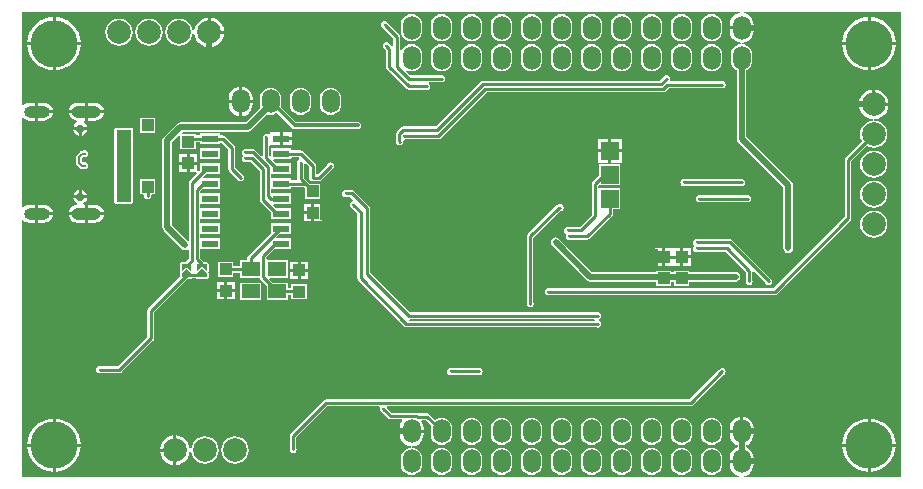
<source format=gbl>
G04 Layer_Physical_Order=2*
G04 Layer_Color=16711680*
%FSLAX44Y44*%
%MOMM*%
G71*
G01*
G75*
%ADD13R,1.0000X1.0000*%
%ADD14R,1.0000X1.0000*%
%ADD16R,1.5000X1.2000*%
%ADD25O,0.3000X0.2000*%
%ADD29C,0.2540*%
%ADD30C,0.5000*%
%ADD31C,0.3000*%
%ADD32C,0.2000*%
%ADD33R,1.0160X1.5240*%
%ADD34R,1.6510X1.0160*%
%ADD38R,1.6510X1.6510*%
%ADD39R,1.0160X1.0160*%
%ADD41O,2.2000X1.0000*%
%ADD42O,2.5000X1.0000*%
%ADD43C,0.7000*%
%ADD44O,1.5000X2.0000*%
%ADD45C,2.0000*%
%ADD46C,4.0000*%
%ADD47C,0.3000*%
%ADD48R,1.4000X0.6000*%
%ADD49R,1.5000X1.5000*%
%ADD50R,1.5000X1.5000*%
%ADD51R,1.2700X6.0960*%
G36*
X747176Y-397176D02*
X614203D01*
X614120Y-395906D01*
X614761Y-395822D01*
X617203Y-394810D01*
X619301Y-393201D01*
X620910Y-391103D01*
X621922Y-388661D01*
X622267Y-386040D01*
Y-384810D01*
X602013D01*
Y-386040D01*
X602358Y-388661D01*
X603370Y-391103D01*
X604979Y-393201D01*
X607077Y-394810D01*
X609519Y-395822D01*
X610160Y-395906D01*
X610076Y-397176D01*
X2824D01*
Y-179757D01*
X3066Y-179675D01*
X4094Y-179461D01*
X5548Y-180576D01*
X7382Y-181336D01*
X9350Y-181595D01*
X14080D01*
Y-173990D01*
Y-166385D01*
X9350D01*
X7382Y-166644D01*
X5548Y-167404D01*
X4094Y-168519D01*
X3066Y-168305D01*
X2824Y-168223D01*
Y-93357D01*
X3066Y-93275D01*
X4094Y-93061D01*
X5548Y-94176D01*
X7382Y-94936D01*
X9350Y-95195D01*
X14080D01*
Y-87590D01*
Y-79985D01*
X9350D01*
X7382Y-80244D01*
X5548Y-81004D01*
X4094Y-82119D01*
X3066Y-81905D01*
X2824Y-81823D01*
Y-2824D01*
X610455D01*
X610538Y-4094D01*
X609519Y-4228D01*
X607077Y-5240D01*
X604979Y-6849D01*
X603370Y-8947D01*
X602358Y-11389D01*
X602013Y-14010D01*
Y-15240D01*
X622267D01*
Y-14010D01*
X621922Y-11389D01*
X620910Y-8947D01*
X619301Y-6849D01*
X617203Y-5240D01*
X614761Y-4228D01*
X613742Y-4094D01*
X613825Y-2824D01*
X747176D01*
Y-397176D01*
D02*
G37*
%LPC*%
G36*
X162560Y-7839D02*
Y-19050D01*
X173771D01*
X173507Y-17046D01*
X172244Y-13996D01*
X170234Y-11376D01*
X167614Y-9366D01*
X164564Y-8103D01*
X162560Y-7839D01*
D02*
G37*
G36*
X160020D02*
X158016Y-8103D01*
X154966Y-9366D01*
X152346Y-11376D01*
X150336Y-13996D01*
X149073Y-17046D01*
X148743Y-19553D01*
X148706Y-19832D01*
X147425D01*
X147388Y-19553D01*
X147094Y-17318D01*
X145935Y-14520D01*
X144092Y-12118D01*
X141690Y-10275D01*
X138892Y-9116D01*
X135890Y-8721D01*
X132888Y-9116D01*
X130090Y-10275D01*
X127688Y-12118D01*
X125845Y-14520D01*
X124686Y-17318D01*
X124291Y-20320D01*
X124686Y-23322D01*
X125845Y-26120D01*
X127688Y-28522D01*
X130090Y-30365D01*
X132888Y-31524D01*
X135890Y-31919D01*
X138892Y-31524D01*
X141690Y-30365D01*
X144092Y-28522D01*
X145935Y-26120D01*
X147094Y-23322D01*
X147388Y-21087D01*
X147425Y-20808D01*
X148706D01*
X148743Y-21087D01*
X149073Y-23594D01*
X150336Y-26644D01*
X152346Y-29264D01*
X154966Y-31274D01*
X158016Y-32537D01*
X160020Y-32801D01*
Y-20320D01*
Y-7839D01*
D02*
G37*
G36*
X586740Y-4932D02*
X584390Y-5242D01*
X582201Y-6148D01*
X580321Y-7591D01*
X578879Y-9471D01*
X577972Y-11660D01*
X577662Y-14010D01*
Y-19010D01*
X577972Y-21360D01*
X578879Y-23549D01*
X580321Y-25429D01*
X582201Y-26872D01*
X584390Y-27778D01*
X586740Y-28088D01*
X589090Y-27778D01*
X591279Y-26872D01*
X593159Y-25429D01*
X594602Y-23549D01*
X595508Y-21360D01*
X595818Y-19010D01*
Y-14010D01*
X595508Y-11660D01*
X594602Y-9471D01*
X593159Y-7591D01*
X591279Y-6148D01*
X589090Y-5242D01*
X586740Y-4932D01*
D02*
G37*
G36*
X561340D02*
X558991Y-5242D01*
X556801Y-6148D01*
X554921Y-7591D01*
X553479Y-9471D01*
X552572Y-11660D01*
X552262Y-14010D01*
Y-19010D01*
X552572Y-21360D01*
X553479Y-23549D01*
X554921Y-25429D01*
X556801Y-26872D01*
X558991Y-27778D01*
X561340Y-28088D01*
X563689Y-27778D01*
X565879Y-26872D01*
X567759Y-25429D01*
X569202Y-23549D01*
X570108Y-21360D01*
X570418Y-19010D01*
Y-14010D01*
X570108Y-11660D01*
X569202Y-9471D01*
X567759Y-7591D01*
X565879Y-6148D01*
X563689Y-5242D01*
X561340Y-4932D01*
D02*
G37*
G36*
X535940D02*
X533591Y-5242D01*
X531401Y-6148D01*
X529521Y-7591D01*
X528078Y-9471D01*
X527172Y-11660D01*
X526862Y-14010D01*
Y-19010D01*
X527172Y-21360D01*
X528078Y-23549D01*
X529521Y-25429D01*
X531401Y-26872D01*
X533591Y-27778D01*
X535940Y-28088D01*
X538289Y-27778D01*
X540479Y-26872D01*
X542359Y-25429D01*
X543801Y-23549D01*
X544708Y-21360D01*
X545018Y-19010D01*
Y-14010D01*
X544708Y-11660D01*
X543801Y-9471D01*
X542359Y-7591D01*
X540479Y-6148D01*
X538289Y-5242D01*
X535940Y-4932D01*
D02*
G37*
G36*
X510540D02*
X508190Y-5242D01*
X506001Y-6148D01*
X504121Y-7591D01*
X502678Y-9471D01*
X501772Y-11660D01*
X501462Y-14010D01*
Y-19010D01*
X501772Y-21360D01*
X502678Y-23549D01*
X504121Y-25429D01*
X506001Y-26872D01*
X508190Y-27778D01*
X510540Y-28088D01*
X512890Y-27778D01*
X515079Y-26872D01*
X516959Y-25429D01*
X518401Y-23549D01*
X519308Y-21360D01*
X519618Y-19010D01*
Y-14010D01*
X519308Y-11660D01*
X518401Y-9471D01*
X516959Y-7591D01*
X515079Y-6148D01*
X512890Y-5242D01*
X510540Y-4932D01*
D02*
G37*
G36*
X485140D02*
X482790Y-5242D01*
X480601Y-6148D01*
X478721Y-7591D01*
X477279Y-9471D01*
X476372Y-11660D01*
X476062Y-14010D01*
Y-19010D01*
X476372Y-21360D01*
X477279Y-23549D01*
X478721Y-25429D01*
X480601Y-26872D01*
X482790Y-27778D01*
X485140Y-28088D01*
X487490Y-27778D01*
X489679Y-26872D01*
X491559Y-25429D01*
X493002Y-23549D01*
X493908Y-21360D01*
X494218Y-19010D01*
Y-14010D01*
X493908Y-11660D01*
X493002Y-9471D01*
X491559Y-7591D01*
X489679Y-6148D01*
X487490Y-5242D01*
X485140Y-4932D01*
D02*
G37*
G36*
X459740D02*
X457391Y-5242D01*
X455201Y-6148D01*
X453321Y-7591D01*
X451879Y-9471D01*
X450972Y-11660D01*
X450662Y-14010D01*
Y-19010D01*
X450972Y-21360D01*
X451879Y-23549D01*
X453321Y-25429D01*
X455201Y-26872D01*
X457391Y-27778D01*
X459740Y-28088D01*
X462090Y-27778D01*
X464279Y-26872D01*
X466159Y-25429D01*
X467602Y-23549D01*
X468508Y-21360D01*
X468818Y-19010D01*
Y-14010D01*
X468508Y-11660D01*
X467602Y-9471D01*
X466159Y-7591D01*
X464279Y-6148D01*
X462090Y-5242D01*
X459740Y-4932D01*
D02*
G37*
G36*
X434340D02*
X431991Y-5242D01*
X429801Y-6148D01*
X427921Y-7591D01*
X426479Y-9471D01*
X425572Y-11660D01*
X425262Y-14010D01*
Y-19010D01*
X425572Y-21360D01*
X426479Y-23549D01*
X427921Y-25429D01*
X429801Y-26872D01*
X431991Y-27778D01*
X434340Y-28088D01*
X436689Y-27778D01*
X438879Y-26872D01*
X440759Y-25429D01*
X442201Y-23549D01*
X443108Y-21360D01*
X443418Y-19010D01*
Y-14010D01*
X443108Y-11660D01*
X442201Y-9471D01*
X440759Y-7591D01*
X438879Y-6148D01*
X436689Y-5242D01*
X434340Y-4932D01*
D02*
G37*
G36*
X408940D02*
X406590Y-5242D01*
X404401Y-6148D01*
X402521Y-7591D01*
X401078Y-9471D01*
X400172Y-11660D01*
X399862Y-14010D01*
Y-19010D01*
X400172Y-21360D01*
X401078Y-23549D01*
X402521Y-25429D01*
X404401Y-26872D01*
X406590Y-27778D01*
X408940Y-28088D01*
X411289Y-27778D01*
X413479Y-26872D01*
X415359Y-25429D01*
X416801Y-23549D01*
X417708Y-21360D01*
X418018Y-19010D01*
Y-14010D01*
X417708Y-11660D01*
X416801Y-9471D01*
X415359Y-7591D01*
X413479Y-6148D01*
X411289Y-5242D01*
X408940Y-4932D01*
D02*
G37*
G36*
X383540D02*
X381190Y-5242D01*
X379001Y-6148D01*
X377121Y-7591D01*
X375678Y-9471D01*
X374772Y-11660D01*
X374462Y-14010D01*
Y-19010D01*
X374772Y-21360D01*
X375678Y-23549D01*
X377121Y-25429D01*
X379001Y-26872D01*
X381190Y-27778D01*
X383540Y-28088D01*
X385890Y-27778D01*
X388079Y-26872D01*
X389959Y-25429D01*
X391401Y-23549D01*
X392308Y-21360D01*
X392618Y-19010D01*
Y-14010D01*
X392308Y-11660D01*
X391401Y-9471D01*
X389959Y-7591D01*
X388079Y-6148D01*
X385890Y-5242D01*
X383540Y-4932D01*
D02*
G37*
G36*
X358140D02*
X355790Y-5242D01*
X353601Y-6148D01*
X351721Y-7591D01*
X350279Y-9471D01*
X349372Y-11660D01*
X349062Y-14010D01*
Y-19010D01*
X349372Y-21360D01*
X350279Y-23549D01*
X351721Y-25429D01*
X353601Y-26872D01*
X355790Y-27778D01*
X358140Y-28088D01*
X360490Y-27778D01*
X362679Y-26872D01*
X364559Y-25429D01*
X366002Y-23549D01*
X366908Y-21360D01*
X367218Y-19010D01*
Y-14010D01*
X366908Y-11660D01*
X366002Y-9471D01*
X364559Y-7591D01*
X362679Y-6148D01*
X360490Y-5242D01*
X358140Y-4932D01*
D02*
G37*
G36*
X332740D02*
X330391Y-5242D01*
X328201Y-6148D01*
X326321Y-7591D01*
X324879Y-9471D01*
X323972Y-11660D01*
X323662Y-14010D01*
Y-19010D01*
X323972Y-21360D01*
X324879Y-23549D01*
X326321Y-25429D01*
X328201Y-26872D01*
X330391Y-27778D01*
X332740Y-28088D01*
X335089Y-27778D01*
X337279Y-26872D01*
X339159Y-25429D01*
X340602Y-23549D01*
X341508Y-21360D01*
X341818Y-19010D01*
Y-14010D01*
X341508Y-11660D01*
X340602Y-9471D01*
X339159Y-7591D01*
X337279Y-6148D01*
X335089Y-5242D01*
X332740Y-4932D01*
D02*
G37*
G36*
X721270Y-7476D02*
Y-28730D01*
X742524D01*
X742214Y-25581D01*
X740925Y-21332D01*
X738832Y-17417D01*
X736015Y-13985D01*
X732583Y-11168D01*
X728668Y-9075D01*
X724419Y-7786D01*
X721270Y-7476D01*
D02*
G37*
G36*
X718730D02*
X715582Y-7786D01*
X711333Y-9075D01*
X707417Y-11168D01*
X703985Y-13985D01*
X701168Y-17417D01*
X699075Y-21332D01*
X697786Y-25581D01*
X697476Y-28730D01*
X718730D01*
Y-7476D01*
D02*
G37*
G36*
X31270D02*
Y-28730D01*
X52524D01*
X52214Y-25581D01*
X50925Y-21332D01*
X48832Y-17417D01*
X46015Y-13985D01*
X42583Y-11168D01*
X38667Y-9075D01*
X34418Y-7786D01*
X31270Y-7476D01*
D02*
G37*
G36*
X28730D02*
X25581Y-7786D01*
X21332Y-9075D01*
X17417Y-11168D01*
X13985Y-13985D01*
X11168Y-17417D01*
X9075Y-21332D01*
X7786Y-25581D01*
X7476Y-28730D01*
X28730D01*
Y-7476D01*
D02*
G37*
G36*
X110490Y-8721D02*
X107488Y-9116D01*
X104690Y-10275D01*
X102288Y-12118D01*
X100445Y-14520D01*
X99286Y-17318D01*
X98891Y-20320D01*
X99286Y-23322D01*
X100445Y-26120D01*
X102288Y-28522D01*
X104690Y-30365D01*
X107488Y-31524D01*
X110490Y-31919D01*
X113492Y-31524D01*
X116290Y-30365D01*
X118692Y-28522D01*
X120535Y-26120D01*
X121694Y-23322D01*
X122089Y-20320D01*
X121694Y-17318D01*
X120535Y-14520D01*
X118692Y-12118D01*
X116290Y-10275D01*
X113492Y-9116D01*
X110490Y-8721D01*
D02*
G37*
G36*
X85090D02*
X82088Y-9116D01*
X79290Y-10275D01*
X76888Y-12118D01*
X75045Y-14520D01*
X73886Y-17318D01*
X73491Y-20320D01*
X73886Y-23322D01*
X75045Y-26120D01*
X76888Y-28522D01*
X79290Y-30365D01*
X82088Y-31524D01*
X85090Y-31919D01*
X88092Y-31524D01*
X90890Y-30365D01*
X93292Y-28522D01*
X95135Y-26120D01*
X96294Y-23322D01*
X96689Y-20320D01*
X96294Y-17318D01*
X95135Y-14520D01*
X93292Y-12118D01*
X90890Y-10275D01*
X88092Y-9116D01*
X85090Y-8721D01*
D02*
G37*
G36*
X309880Y-10911D02*
X308710Y-11144D01*
X307717Y-11807D01*
X307054Y-12800D01*
X306821Y-13970D01*
X307054Y-15141D01*
X307717Y-16133D01*
X308710Y-16796D01*
X308712Y-16796D01*
X317216Y-25300D01*
Y-32295D01*
X316408Y-32676D01*
X315946Y-32680D01*
X315687Y-32293D01*
X315687Y-32293D01*
X313976Y-30582D01*
X313976Y-30580D01*
X313313Y-29587D01*
X312320Y-28924D01*
X311150Y-28691D01*
X309979Y-28924D01*
X308987Y-29587D01*
X308324Y-30580D01*
X308091Y-31750D01*
X308324Y-32920D01*
X308987Y-33913D01*
X309979Y-34576D01*
X309982Y-34576D01*
X310866Y-35460D01*
Y-49530D01*
X310866Y-49530D01*
X311081Y-50611D01*
X311693Y-51527D01*
X328203Y-68037D01*
X328203Y-68037D01*
X329119Y-68649D01*
X330200Y-68864D01*
X330200Y-68864D01*
X344267D01*
X344269Y-68866D01*
X345440Y-69099D01*
X346610Y-68866D01*
X347603Y-68203D01*
X348266Y-67210D01*
X348499Y-66040D01*
X348266Y-64869D01*
X347603Y-63877D01*
X347464Y-63784D01*
X347849Y-62514D01*
X356967D01*
X356969Y-62516D01*
X358140Y-62749D01*
X359310Y-62516D01*
X360303Y-61853D01*
X360966Y-60861D01*
X361199Y-59690D01*
X360966Y-58520D01*
X360303Y-57527D01*
X359310Y-56864D01*
X358140Y-56631D01*
X356969Y-56864D01*
X356967Y-56866D01*
X331370D01*
X328114Y-53610D01*
X328834Y-52533D01*
X330391Y-53178D01*
X332740Y-53488D01*
X335089Y-53178D01*
X337279Y-52271D01*
X339159Y-50829D01*
X340602Y-48949D01*
X341508Y-46760D01*
X341818Y-44410D01*
Y-39410D01*
X341508Y-37060D01*
X340602Y-34871D01*
X339159Y-32991D01*
X337279Y-31549D01*
X335089Y-30642D01*
X332740Y-30332D01*
X330391Y-30642D01*
X328201Y-31549D01*
X326321Y-32991D01*
X324879Y-34871D01*
X324134Y-36668D01*
X322864Y-36415D01*
Y-24130D01*
X322649Y-23049D01*
X322037Y-22133D01*
X322037Y-22133D01*
X312707Y-12802D01*
X312706Y-12800D01*
X312043Y-11807D01*
X311050Y-11144D01*
X309880Y-10911D01*
D02*
G37*
G36*
X173771Y-21590D02*
X162560D01*
Y-32801D01*
X164564Y-32537D01*
X167614Y-31274D01*
X170234Y-29264D01*
X172244Y-26644D01*
X173507Y-23594D01*
X173771Y-21590D01*
D02*
G37*
G36*
X742524Y-31270D02*
X721270D01*
Y-52524D01*
X724419Y-52214D01*
X728668Y-50925D01*
X732583Y-48832D01*
X736015Y-46015D01*
X738832Y-42583D01*
X740925Y-38667D01*
X742214Y-34418D01*
X742524Y-31270D01*
D02*
G37*
G36*
X718730D02*
X697476D01*
X697786Y-34418D01*
X699075Y-38667D01*
X701168Y-42583D01*
X703985Y-46015D01*
X707417Y-48832D01*
X711333Y-50925D01*
X715582Y-52214D01*
X718730Y-52524D01*
Y-31270D01*
D02*
G37*
G36*
X52524D02*
X31270D01*
Y-52524D01*
X34418Y-52214D01*
X38667Y-50925D01*
X42583Y-48832D01*
X46015Y-46015D01*
X48832Y-42583D01*
X50925Y-38667D01*
X52214Y-34418D01*
X52524Y-31270D01*
D02*
G37*
G36*
X28730D02*
X7476D01*
X7786Y-34418D01*
X9075Y-38667D01*
X11168Y-42583D01*
X13985Y-46015D01*
X17417Y-48832D01*
X21332Y-50925D01*
X25581Y-52214D01*
X28730Y-52524D01*
Y-31270D01*
D02*
G37*
G36*
X161290Y-51957D02*
X160984Y-52018D01*
X160341Y-52448D01*
X159385Y-52811D01*
X158429Y-52448D01*
X157786Y-52018D01*
X157480Y-51957D01*
Y-55823D01*
X156210D01*
Y-57094D01*
X152344D01*
X152404Y-57400D01*
X153297Y-58736D01*
Y-59261D01*
X152404Y-60597D01*
X152344Y-60904D01*
X156210D01*
Y-62174D01*
X157480D01*
Y-66040D01*
X157786Y-65979D01*
X158429Y-65549D01*
X159385Y-65186D01*
X160341Y-65549D01*
X160984Y-65979D01*
X161290Y-66040D01*
Y-62174D01*
X162560D01*
Y-60904D01*
X166427D01*
X166366Y-60597D01*
X165473Y-59261D01*
Y-58736D01*
X166366Y-57400D01*
X166427Y-57094D01*
X162560D01*
Y-55823D01*
X161290D01*
Y-51957D01*
D02*
G37*
G36*
X586740Y-30332D02*
X584390Y-30642D01*
X582201Y-31549D01*
X580321Y-32991D01*
X578879Y-34871D01*
X577972Y-37060D01*
X577662Y-39410D01*
Y-44410D01*
X577972Y-46760D01*
X578879Y-48949D01*
X580321Y-50829D01*
X582201Y-52271D01*
X584390Y-53178D01*
X586740Y-53488D01*
X589090Y-53178D01*
X591279Y-52271D01*
X593159Y-50829D01*
X594602Y-48949D01*
X595508Y-46760D01*
X595818Y-44410D01*
Y-39410D01*
X595508Y-37060D01*
X594602Y-34871D01*
X593159Y-32991D01*
X591279Y-31549D01*
X589090Y-30642D01*
X586740Y-30332D01*
D02*
G37*
G36*
X561340D02*
X558991Y-30642D01*
X556801Y-31549D01*
X554921Y-32991D01*
X553479Y-34871D01*
X552572Y-37060D01*
X552262Y-39410D01*
Y-44410D01*
X552572Y-46760D01*
X553479Y-48949D01*
X554921Y-50829D01*
X556801Y-52271D01*
X558991Y-53178D01*
X561340Y-53488D01*
X563689Y-53178D01*
X565879Y-52271D01*
X567759Y-50829D01*
X569202Y-48949D01*
X570108Y-46760D01*
X570418Y-44410D01*
Y-39410D01*
X570108Y-37060D01*
X569202Y-34871D01*
X567759Y-32991D01*
X565879Y-31549D01*
X563689Y-30642D01*
X561340Y-30332D01*
D02*
G37*
G36*
X535940D02*
X533591Y-30642D01*
X531401Y-31549D01*
X529521Y-32991D01*
X528078Y-34871D01*
X527172Y-37060D01*
X526862Y-39410D01*
Y-44410D01*
X527172Y-46760D01*
X528078Y-48949D01*
X529521Y-50829D01*
X531401Y-52271D01*
X533591Y-53178D01*
X535940Y-53488D01*
X538289Y-53178D01*
X540479Y-52271D01*
X542359Y-50829D01*
X543801Y-48949D01*
X544708Y-46760D01*
X545018Y-44410D01*
Y-39410D01*
X544708Y-37060D01*
X543801Y-34871D01*
X542359Y-32991D01*
X540479Y-31549D01*
X538289Y-30642D01*
X535940Y-30332D01*
D02*
G37*
G36*
X510540D02*
X508190Y-30642D01*
X506001Y-31549D01*
X504121Y-32991D01*
X502678Y-34871D01*
X501772Y-37060D01*
X501462Y-39410D01*
Y-44410D01*
X501772Y-46760D01*
X502678Y-48949D01*
X504121Y-50829D01*
X506001Y-52271D01*
X508190Y-53178D01*
X510540Y-53488D01*
X512890Y-53178D01*
X515079Y-52271D01*
X516959Y-50829D01*
X518401Y-48949D01*
X519308Y-46760D01*
X519618Y-44410D01*
Y-39410D01*
X519308Y-37060D01*
X518401Y-34871D01*
X516959Y-32991D01*
X515079Y-31549D01*
X512890Y-30642D01*
X510540Y-30332D01*
D02*
G37*
G36*
X485140D02*
X482790Y-30642D01*
X480601Y-31549D01*
X478721Y-32991D01*
X477279Y-34871D01*
X476372Y-37060D01*
X476062Y-39410D01*
Y-44410D01*
X476372Y-46760D01*
X477279Y-48949D01*
X478721Y-50829D01*
X480601Y-52271D01*
X482790Y-53178D01*
X485140Y-53488D01*
X487490Y-53178D01*
X489679Y-52271D01*
X491559Y-50829D01*
X493002Y-48949D01*
X493908Y-46760D01*
X494218Y-44410D01*
Y-39410D01*
X493908Y-37060D01*
X493002Y-34871D01*
X491559Y-32991D01*
X489679Y-31549D01*
X487490Y-30642D01*
X485140Y-30332D01*
D02*
G37*
G36*
X459740D02*
X457391Y-30642D01*
X455201Y-31549D01*
X453321Y-32991D01*
X451879Y-34871D01*
X450972Y-37060D01*
X450662Y-39410D01*
Y-44410D01*
X450972Y-46760D01*
X451879Y-48949D01*
X453321Y-50829D01*
X455201Y-52271D01*
X457391Y-53178D01*
X459740Y-53488D01*
X462090Y-53178D01*
X464279Y-52271D01*
X466159Y-50829D01*
X467602Y-48949D01*
X468508Y-46760D01*
X468818Y-44410D01*
Y-39410D01*
X468508Y-37060D01*
X467602Y-34871D01*
X466159Y-32991D01*
X464279Y-31549D01*
X462090Y-30642D01*
X459740Y-30332D01*
D02*
G37*
G36*
X434340D02*
X431991Y-30642D01*
X429801Y-31549D01*
X427921Y-32991D01*
X426479Y-34871D01*
X425572Y-37060D01*
X425262Y-39410D01*
Y-44410D01*
X425572Y-46760D01*
X426479Y-48949D01*
X427921Y-50829D01*
X429801Y-52271D01*
X431991Y-53178D01*
X434340Y-53488D01*
X436689Y-53178D01*
X438879Y-52271D01*
X440759Y-50829D01*
X442201Y-48949D01*
X443108Y-46760D01*
X443418Y-44410D01*
Y-39410D01*
X443108Y-37060D01*
X442201Y-34871D01*
X440759Y-32991D01*
X438879Y-31549D01*
X436689Y-30642D01*
X434340Y-30332D01*
D02*
G37*
G36*
X408940D02*
X406590Y-30642D01*
X404401Y-31549D01*
X402521Y-32991D01*
X401078Y-34871D01*
X400172Y-37060D01*
X399862Y-39410D01*
Y-44410D01*
X400172Y-46760D01*
X401078Y-48949D01*
X402521Y-50829D01*
X404401Y-52271D01*
X406590Y-53178D01*
X408940Y-53488D01*
X411289Y-53178D01*
X413479Y-52271D01*
X415359Y-50829D01*
X416801Y-48949D01*
X417708Y-46760D01*
X418018Y-44410D01*
Y-39410D01*
X417708Y-37060D01*
X416801Y-34871D01*
X415359Y-32991D01*
X413479Y-31549D01*
X411289Y-30642D01*
X408940Y-30332D01*
D02*
G37*
G36*
X383540D02*
X381190Y-30642D01*
X379001Y-31549D01*
X377121Y-32991D01*
X375678Y-34871D01*
X374772Y-37060D01*
X374462Y-39410D01*
Y-44410D01*
X374772Y-46760D01*
X375678Y-48949D01*
X377121Y-50829D01*
X379001Y-52271D01*
X381190Y-53178D01*
X383540Y-53488D01*
X385890Y-53178D01*
X388079Y-52271D01*
X389959Y-50829D01*
X391401Y-48949D01*
X392308Y-46760D01*
X392618Y-44410D01*
Y-39410D01*
X392308Y-37060D01*
X391401Y-34871D01*
X389959Y-32991D01*
X388079Y-31549D01*
X385890Y-30642D01*
X383540Y-30332D01*
D02*
G37*
G36*
X358140D02*
X355790Y-30642D01*
X353601Y-31549D01*
X351721Y-32991D01*
X350279Y-34871D01*
X349372Y-37060D01*
X349062Y-39410D01*
Y-44410D01*
X349372Y-46760D01*
X350279Y-48949D01*
X351721Y-50829D01*
X353601Y-52271D01*
X355790Y-53178D01*
X358140Y-53488D01*
X360490Y-53178D01*
X362679Y-52271D01*
X364559Y-50829D01*
X366002Y-48949D01*
X366908Y-46760D01*
X367218Y-44410D01*
Y-39410D01*
X366908Y-37060D01*
X366002Y-34871D01*
X364559Y-32991D01*
X362679Y-31549D01*
X360490Y-30642D01*
X358140Y-30332D01*
D02*
G37*
G36*
X163830Y-51957D02*
Y-54553D01*
X166427D01*
X166366Y-54247D01*
X165473Y-52911D01*
X164136Y-52018D01*
X163830Y-51957D01*
D02*
G37*
G36*
X154940D02*
X154634Y-52018D01*
X153297Y-52911D01*
X152404Y-54247D01*
X152344Y-54553D01*
X154940D01*
Y-51957D01*
D02*
G37*
G36*
X548640Y-56631D02*
X547469Y-56864D01*
X546477Y-57527D01*
X545814Y-58520D01*
X545813Y-58522D01*
X542690Y-61646D01*
X392730D01*
X392730Y-61646D01*
X391649Y-61861D01*
X390733Y-62473D01*
X390733Y-62473D01*
X353160Y-100046D01*
X325686D01*
X324605Y-100261D01*
X323689Y-100873D01*
X323689Y-100873D01*
X320123Y-104439D01*
X319511Y-105355D01*
X319296Y-106436D01*
X319296Y-106436D01*
Y-112570D01*
X319296Y-112570D01*
X319511Y-113651D01*
X319701Y-113936D01*
X319754Y-114200D01*
X320417Y-115193D01*
X321409Y-115856D01*
X322580Y-116089D01*
X323750Y-115856D01*
X324743Y-115193D01*
X325406Y-114200D01*
X325639Y-113030D01*
X325510Y-112383D01*
X326342Y-111324D01*
X326480Y-111245D01*
X327561Y-111030D01*
X327563Y-111029D01*
X355345D01*
X355345Y-111029D01*
X356426Y-110814D01*
X357343Y-110202D01*
X396210Y-71334D01*
X545533D01*
X545533Y-71334D01*
X546614Y-71119D01*
X547531Y-70507D01*
X550443Y-67594D01*
X594457D01*
X594459Y-67596D01*
X595630Y-67829D01*
X596800Y-67596D01*
X597793Y-66933D01*
X598456Y-65940D01*
X598689Y-64770D01*
X598456Y-63600D01*
X597793Y-62607D01*
X596800Y-61944D01*
X595630Y-61711D01*
X594459Y-61944D01*
X594457Y-61946D01*
X552268D01*
X551720Y-61204D01*
X551503Y-60676D01*
X551699Y-59690D01*
X551466Y-58520D01*
X550803Y-57527D01*
X549810Y-56864D01*
X548640Y-56631D01*
D02*
G37*
G36*
X105410Y-62174D02*
X105104Y-62234D01*
X104461Y-62664D01*
X103505Y-63028D01*
X102549Y-62664D01*
X101906Y-62234D01*
X101600Y-62174D01*
Y-66040D01*
Y-69907D01*
X101906Y-69846D01*
X102549Y-69416D01*
X103505Y-69053D01*
X104461Y-69416D01*
X105104Y-69846D01*
X105410Y-69907D01*
Y-66040D01*
Y-62174D01*
D02*
G37*
G36*
X107950D02*
Y-64770D01*
X110547D01*
X110486Y-64464D01*
X109593Y-63127D01*
X108256Y-62234D01*
X107950Y-62174D01*
D02*
G37*
G36*
X99060D02*
X98754Y-62234D01*
X97417Y-63127D01*
X96524Y-64464D01*
X96463Y-64770D01*
X99060D01*
Y-62174D01*
D02*
G37*
G36*
X166427Y-63443D02*
X163830D01*
Y-66040D01*
X164136Y-65979D01*
X165473Y-65086D01*
X166366Y-63750D01*
X166427Y-63443D01*
D02*
G37*
G36*
X154940D02*
X152344D01*
X152404Y-63750D01*
X153297Y-65086D01*
X154634Y-65979D01*
X154940Y-66040D01*
Y-63443D01*
D02*
G37*
G36*
X110547Y-67310D02*
X107950D01*
Y-69907D01*
X108256Y-69846D01*
X109593Y-68953D01*
X110486Y-67616D01*
X110547Y-67310D01*
D02*
G37*
G36*
X99060D02*
X96463D01*
X96524Y-67616D01*
X97417Y-68953D01*
X98754Y-69846D01*
X99060Y-69907D01*
Y-67310D01*
D02*
G37*
G36*
X189230Y-66281D02*
Y-77470D01*
X198087D01*
Y-76240D01*
X197742Y-73619D01*
X196730Y-71177D01*
X195121Y-69079D01*
X193023Y-67470D01*
X190581Y-66458D01*
X189230Y-66281D01*
D02*
G37*
G36*
X186690D02*
X185339Y-66458D01*
X182897Y-67470D01*
X180799Y-69079D01*
X179190Y-71177D01*
X178178Y-73619D01*
X177833Y-76240D01*
Y-77470D01*
X186690D01*
Y-66281D01*
D02*
G37*
G36*
X725170Y-68799D02*
Y-80010D01*
X736381D01*
X736117Y-78006D01*
X734854Y-74956D01*
X732844Y-72336D01*
X730224Y-70326D01*
X727174Y-69063D01*
X725170Y-68799D01*
D02*
G37*
G36*
X722630D02*
X720626Y-69063D01*
X717576Y-70326D01*
X714956Y-72336D01*
X712946Y-74956D01*
X711683Y-78006D01*
X711419Y-80010D01*
X722630D01*
Y-68799D01*
D02*
G37*
G36*
X64650Y-79985D02*
X58420D01*
Y-86320D01*
X72088D01*
X71996Y-85622D01*
X71236Y-83787D01*
X70028Y-82212D01*
X68453Y-81004D01*
X66618Y-80244D01*
X64650Y-79985D01*
D02*
G37*
G36*
X55880D02*
X49650D01*
X47682Y-80244D01*
X45848Y-81004D01*
X44272Y-82212D01*
X43064Y-83787D01*
X42304Y-85622D01*
X42212Y-86320D01*
X55880D01*
Y-79985D01*
D02*
G37*
G36*
X21350D02*
X16620D01*
Y-86320D01*
X28788D01*
X28696Y-85622D01*
X27936Y-83787D01*
X26728Y-82212D01*
X25153Y-81004D01*
X23318Y-80244D01*
X21350Y-79985D01*
D02*
G37*
G36*
X139700Y-87573D02*
Y-90170D01*
X142296D01*
X142236Y-89864D01*
X141343Y-88527D01*
X140006Y-87634D01*
X139700Y-87573D01*
D02*
G37*
G36*
X137160D02*
X136854Y-87634D01*
X135517Y-88527D01*
X134624Y-89864D01*
X134564Y-90170D01*
X137160D01*
Y-87573D01*
D02*
G37*
G36*
X264160Y-67162D02*
X261810Y-67472D01*
X259621Y-68379D01*
X257741Y-69821D01*
X256299Y-71701D01*
X255392Y-73891D01*
X255082Y-76240D01*
Y-81240D01*
X255392Y-83589D01*
X256299Y-85779D01*
X257741Y-87659D01*
X259621Y-89101D01*
X261810Y-90008D01*
X264160Y-90318D01*
X266509Y-90008D01*
X268699Y-89101D01*
X270579Y-87659D01*
X272022Y-85779D01*
X272928Y-83589D01*
X273238Y-81240D01*
Y-76240D01*
X272928Y-73891D01*
X272022Y-71701D01*
X270579Y-69821D01*
X268699Y-68379D01*
X266509Y-67472D01*
X264160Y-67162D01*
D02*
G37*
G36*
X238760D02*
X236411Y-67472D01*
X234221Y-68379D01*
X232341Y-69821D01*
X230898Y-71701D01*
X229992Y-73891D01*
X229682Y-76240D01*
Y-81240D01*
X229992Y-83589D01*
X230898Y-85779D01*
X232341Y-87659D01*
X234221Y-89101D01*
X236411Y-90008D01*
X238760Y-90318D01*
X241110Y-90008D01*
X243299Y-89101D01*
X245179Y-87659D01*
X246621Y-85779D01*
X247528Y-83589D01*
X247838Y-81240D01*
Y-76240D01*
X247528Y-73891D01*
X246621Y-71701D01*
X245179Y-69821D01*
X243299Y-68379D01*
X241110Y-67472D01*
X238760Y-67162D01*
D02*
G37*
G36*
X198087Y-80010D02*
X189230D01*
Y-91199D01*
X190581Y-91022D01*
X193023Y-90010D01*
X195121Y-88401D01*
X196730Y-86303D01*
X197742Y-83861D01*
X198087Y-81240D01*
Y-80010D01*
D02*
G37*
G36*
X186690D02*
X177833D01*
Y-81240D01*
X178178Y-83861D01*
X179190Y-86303D01*
X180799Y-88401D01*
X182897Y-90010D01*
X185339Y-91022D01*
X186690Y-91199D01*
Y-80010D01*
D02*
G37*
G36*
X72088Y-88860D02*
X58420D01*
Y-95195D01*
X64650D01*
X66618Y-94936D01*
X68453Y-94176D01*
X70028Y-92968D01*
X71236Y-91393D01*
X71996Y-89558D01*
X72088Y-88860D01*
D02*
G37*
G36*
X28788D02*
X16620D01*
Y-95195D01*
X21350D01*
X23318Y-94936D01*
X25153Y-94176D01*
X26728Y-92968D01*
X27936Y-91393D01*
X28696Y-89558D01*
X28788Y-88860D01*
D02*
G37*
G36*
X55880D02*
X42212D01*
X42304Y-89558D01*
X43064Y-91393D01*
X44272Y-92968D01*
X45848Y-94176D01*
X47682Y-94936D01*
X49159Y-95130D01*
X49425Y-96447D01*
X47795Y-97535D01*
X46460Y-99533D01*
X46244Y-100620D01*
X58056D01*
X57840Y-99533D01*
X56505Y-97535D01*
X54903Y-96465D01*
X55288Y-95195D01*
X55880D01*
Y-88860D01*
D02*
G37*
G36*
X213360Y-67162D02*
X211010Y-67472D01*
X208821Y-68379D01*
X206941Y-69821D01*
X205499Y-71701D01*
X204592Y-73891D01*
X204282Y-76240D01*
Y-81240D01*
X204592Y-83589D01*
X204794Y-84078D01*
X192431Y-96442D01*
X140939D01*
X140793Y-96234D01*
X141110Y-94508D01*
X141343Y-94353D01*
X142236Y-93016D01*
X142296Y-92710D01*
X134564D01*
X134624Y-93016D01*
X135517Y-94353D01*
X136804Y-95212D01*
X136824Y-95443D01*
X136663Y-96503D01*
X135409Y-96752D01*
X134086Y-97636D01*
X134086Y-97636D01*
X122846Y-108876D01*
X121962Y-110199D01*
X121652Y-111760D01*
X121652Y-111760D01*
Y-185420D01*
X121652Y-185420D01*
X121962Y-186981D01*
X122846Y-188304D01*
X138086Y-203544D01*
X139409Y-204428D01*
X140970Y-204738D01*
X142531Y-204428D01*
X142996Y-204117D01*
X144266Y-204796D01*
Y-212064D01*
X141164Y-215165D01*
X138176D01*
X137028Y-215641D01*
X136552Y-216789D01*
Y-222631D01*
X136766Y-223146D01*
X136877Y-223496D01*
X136819Y-223638D01*
X136560Y-224116D01*
X136586Y-224201D01*
X136552Y-224283D01*
X136552Y-227246D01*
X109763Y-254035D01*
X109151Y-254951D01*
X108936Y-256032D01*
X108936Y-256032D01*
Y-278230D01*
X83922Y-303244D01*
X83919Y-303244D01*
X83917Y-303246D01*
X69753D01*
X69750Y-303244D01*
X68580Y-303011D01*
X67410Y-303244D01*
X66417Y-303907D01*
X65754Y-304900D01*
X65521Y-306070D01*
X65754Y-307241D01*
X66417Y-308233D01*
X67410Y-308896D01*
X68580Y-309129D01*
X69750Y-308896D01*
X69753Y-308894D01*
X83917D01*
X83919Y-308896D01*
X85090Y-309129D01*
X86260Y-308896D01*
X87253Y-308233D01*
X87916Y-307241D01*
X87916Y-307238D01*
X113757Y-281397D01*
X113757Y-281397D01*
X114369Y-280481D01*
X114584Y-279400D01*
Y-257202D01*
X142832Y-228954D01*
X146304D01*
X147452Y-228478D01*
X147494Y-228376D01*
X149940D01*
X149982Y-228478D01*
X149982Y-228478D01*
X149982Y-228478D01*
X150568Y-228721D01*
X151130Y-228954D01*
X159258D01*
X160406Y-228478D01*
X160882Y-227330D01*
Y-224282D01*
X160848Y-224200D01*
X160873Y-224115D01*
X160614Y-223636D01*
X160557Y-223497D01*
X160668Y-223146D01*
X160882Y-222631D01*
Y-216789D01*
X160406Y-215641D01*
X159258Y-215165D01*
X157441D01*
X157191Y-214792D01*
X153954Y-211555D01*
Y-203890D01*
X170750D01*
Y-194890D01*
X153954D01*
Y-191190D01*
X170750D01*
Y-182190D01*
X153954D01*
Y-178490D01*
X170750D01*
Y-169490D01*
X153954D01*
Y-165790D01*
X170750D01*
Y-156790D01*
X153954D01*
Y-154840D01*
X155704Y-153090D01*
X170750D01*
Y-144090D01*
X156203D01*
X155717Y-142917D01*
X158244Y-140390D01*
X170750D01*
Y-131390D01*
X153750D01*
Y-136896D01*
X152320Y-138326D01*
X151050Y-137800D01*
X151050Y-137681D01*
X151050Y-137681D01*
X151050Y-137619D01*
Y-132300D01*
X144780D01*
Y-138570D01*
X150099Y-138570D01*
X150161D01*
X150161D01*
X150280Y-138570D01*
X150364Y-138773D01*
X150806Y-139840D01*
X145093Y-145553D01*
X144481Y-146469D01*
X144266Y-147550D01*
X144266Y-147550D01*
Y-196392D01*
X142996Y-196918D01*
X129808Y-183731D01*
Y-113449D01*
X135740Y-107518D01*
X137010Y-108044D01*
Y-119560D01*
X150010D01*
Y-113314D01*
X153750D01*
Y-114990D01*
X170750D01*
Y-114310D01*
X172020Y-113784D01*
X177516Y-119280D01*
Y-135890D01*
X177516Y-135890D01*
X177731Y-136971D01*
X178343Y-137887D01*
X185133Y-144678D01*
X185134Y-144681D01*
X185797Y-145673D01*
X186789Y-146336D01*
X187960Y-146569D01*
X189130Y-146336D01*
X190123Y-145673D01*
X190786Y-144681D01*
X191019Y-143510D01*
X190786Y-142339D01*
X190123Y-141347D01*
X189130Y-140684D01*
X189128Y-140683D01*
X183164Y-134720D01*
Y-118110D01*
X182949Y-117029D01*
X182337Y-116113D01*
X174717Y-108493D01*
X173801Y-107881D01*
X172720Y-107666D01*
X172720Y-107666D01*
X170750D01*
Y-105990D01*
X153750D01*
Y-107666D01*
X150010D01*
Y-106560D01*
X138876D01*
X138341Y-105353D01*
X138935Y-104598D01*
X194120D01*
X194120Y-104598D01*
X195681Y-104288D01*
X197004Y-103404D01*
X210578Y-89829D01*
X211010Y-90008D01*
X213360Y-90318D01*
X215709Y-90008D01*
X217899Y-89101D01*
X218746Y-88452D01*
X231517Y-101223D01*
X232509Y-101886D01*
X233680Y-102119D01*
X233680Y-102119D01*
X287020D01*
X288190Y-101886D01*
X289183Y-101223D01*
X289846Y-100231D01*
X290079Y-99060D01*
X289846Y-97889D01*
X289183Y-96897D01*
X288190Y-96234D01*
X287020Y-96001D01*
X234947D01*
X222176Y-83230D01*
X222438Y-81240D01*
Y-76240D01*
X222128Y-73891D01*
X221222Y-71701D01*
X219779Y-69821D01*
X217899Y-68379D01*
X215709Y-67472D01*
X213360Y-67162D01*
D02*
G37*
G36*
X115750Y-92560D02*
X102750D01*
Y-105560D01*
X115750D01*
Y-92560D01*
D02*
G37*
G36*
X220980Y-104950D02*
X212710D01*
Y-106312D01*
X212399Y-106545D01*
X211440Y-106875D01*
X210721Y-106394D01*
X209550Y-106161D01*
X208379Y-106394D01*
X207387Y-107057D01*
X206724Y-108049D01*
X206491Y-109220D01*
X206724Y-110391D01*
X206726Y-110393D01*
Y-124872D01*
X205552Y-125358D01*
X200117Y-119923D01*
X199201Y-119311D01*
X198120Y-119096D01*
X198120Y-119096D01*
X192943D01*
X192941Y-119094D01*
X191770Y-118861D01*
X190599Y-119094D01*
X189607Y-119757D01*
X188944Y-120750D01*
X188711Y-121920D01*
X188944Y-123090D01*
X189607Y-124083D01*
Y-124837D01*
X188944Y-125829D01*
X188711Y-127000D01*
X188944Y-128170D01*
X189607Y-129163D01*
X190599Y-129826D01*
X191770Y-130059D01*
X192941Y-129826D01*
X192943Y-129824D01*
X196317D01*
X203956Y-137463D01*
Y-162330D01*
X203956Y-162330D01*
X204171Y-163411D01*
X204783Y-164327D01*
X213750Y-173294D01*
Y-178490D01*
X230750D01*
Y-169490D01*
X217934D01*
X215408Y-166963D01*
X215893Y-165790D01*
X230750D01*
Y-156790D01*
X213750D01*
X213644Y-155564D01*
Y-154316D01*
X213750Y-153090D01*
X230750D01*
Y-151414D01*
X241370D01*
X242420Y-152464D01*
Y-161470D01*
X255420D01*
Y-148470D01*
X246414D01*
X241584Y-143640D01*
Y-131983D01*
X241586Y-131980D01*
X241615Y-131835D01*
X242993Y-131417D01*
X246096Y-134520D01*
Y-142337D01*
X246094Y-142339D01*
X245861Y-143510D01*
X246094Y-144681D01*
X246757Y-145673D01*
X247750Y-146336D01*
X248920Y-146569D01*
X250091Y-146336D01*
X250093Y-146334D01*
X254254D01*
X254254Y-146334D01*
X255335Y-146119D01*
X256251Y-145507D01*
X265327Y-136431D01*
X265330Y-136430D01*
X266322Y-135767D01*
X266985Y-134775D01*
X267218Y-133604D01*
X266985Y-132434D01*
X266322Y-131442D01*
X265330Y-130779D01*
X264160Y-130546D01*
X262989Y-130779D01*
X261997Y-131442D01*
X261334Y-132434D01*
X261333Y-132437D01*
X253084Y-140686D01*
X251744D01*
Y-133350D01*
X251529Y-132269D01*
X250917Y-131353D01*
X250917Y-131353D01*
X240757Y-121193D01*
X239841Y-120581D01*
X238760Y-120366D01*
X238760Y-120366D01*
X230750D01*
Y-118690D01*
X213750D01*
Y-124134D01*
X212480Y-124812D01*
X212374Y-124742D01*
Y-117161D01*
X212710Y-116030D01*
X213644Y-116030D01*
X220980D01*
Y-110490D01*
Y-104950D01*
D02*
G37*
G36*
X58056Y-103160D02*
X53420D01*
Y-107796D01*
X54507Y-107580D01*
X56505Y-106245D01*
X57840Y-104247D01*
X58056Y-103160D01*
D02*
G37*
G36*
X50880D02*
X46244D01*
X46460Y-104247D01*
X47795Y-106245D01*
X49793Y-107580D01*
X50880Y-107796D01*
Y-103160D01*
D02*
G37*
G36*
X231790Y-104950D02*
X223520D01*
Y-109220D01*
X231790D01*
Y-104950D01*
D02*
G37*
G36*
Y-111760D02*
X223520D01*
Y-116030D01*
X231790D01*
Y-111760D01*
D02*
G37*
G36*
X736381Y-82550D02*
X723900D01*
X711419D01*
X711683Y-84554D01*
X712946Y-87604D01*
X714956Y-90224D01*
X717576Y-92234D01*
X720626Y-93497D01*
X723133Y-93827D01*
X723412Y-93864D01*
Y-95145D01*
X723133Y-95182D01*
X720898Y-95476D01*
X718100Y-96635D01*
X715698Y-98478D01*
X713855Y-100880D01*
X712696Y-103678D01*
X712301Y-106680D01*
X712696Y-109682D01*
X713855Y-112480D01*
X713964Y-112622D01*
X700313Y-126273D01*
X699701Y-127189D01*
X699486Y-128270D01*
X699486Y-128270D01*
Y-176630D01*
X638910Y-237206D01*
X449483D01*
X449481Y-237204D01*
X448310Y-236971D01*
X447140Y-237204D01*
X446147Y-237867D01*
X445484Y-238860D01*
X445251Y-240030D01*
X445484Y-241201D01*
X446147Y-242193D01*
X447140Y-242856D01*
X448310Y-243089D01*
X449481Y-242856D01*
X449483Y-242854D01*
X640080D01*
X640080Y-242854D01*
X641161Y-242639D01*
X642077Y-242027D01*
X704307Y-179797D01*
X704307Y-179797D01*
X704919Y-178881D01*
X705134Y-177800D01*
Y-129440D01*
X717958Y-116616D01*
X718100Y-116725D01*
X720898Y-117884D01*
X723900Y-118279D01*
X726902Y-117884D01*
X729700Y-116725D01*
X732102Y-114882D01*
X733945Y-112480D01*
X735104Y-109682D01*
X735499Y-106680D01*
X735104Y-103678D01*
X733945Y-100880D01*
X732102Y-98478D01*
X729700Y-96635D01*
X726902Y-95476D01*
X724667Y-95182D01*
X724388Y-95145D01*
Y-93864D01*
X724667Y-93827D01*
X727174Y-93497D01*
X730224Y-92234D01*
X732844Y-90224D01*
X734854Y-87604D01*
X736117Y-84554D01*
X736381Y-82550D01*
D02*
G37*
G36*
X510420Y-110610D02*
X501650D01*
Y-119380D01*
X510420D01*
Y-110610D01*
D02*
G37*
G36*
X499110D02*
X490340D01*
Y-119380D01*
X499110D01*
Y-110610D01*
D02*
G37*
G36*
X655320Y-119324D02*
X655014Y-119384D01*
X654371Y-119814D01*
X653415Y-120177D01*
X652459Y-119814D01*
X651816Y-119384D01*
X651510Y-119324D01*
Y-123190D01*
X650240D01*
Y-124460D01*
X646374D01*
X646434Y-124766D01*
X647327Y-126103D01*
Y-126627D01*
X646434Y-127964D01*
X646374Y-128270D01*
X650240D01*
Y-129540D01*
X651510D01*
Y-133406D01*
X651816Y-133346D01*
X653153Y-132453D01*
X653677D01*
X655014Y-133346D01*
X655320Y-133406D01*
Y-129540D01*
X656590D01*
Y-128270D01*
X660456D01*
X660396Y-127964D01*
X659503Y-126627D01*
Y-126103D01*
X660396Y-124766D01*
X660456Y-124460D01*
X656590D01*
Y-123190D01*
X655320D01*
Y-119324D01*
D02*
G37*
G36*
X657860D02*
Y-121920D01*
X660456D01*
X660396Y-121614D01*
X659503Y-120277D01*
X658166Y-119384D01*
X657860Y-119324D01*
D02*
G37*
G36*
X648970D02*
X648664Y-119384D01*
X647327Y-120277D01*
X646434Y-121614D01*
X646374Y-121920D01*
X648970D01*
Y-119324D01*
D02*
G37*
G36*
X33020Y-124403D02*
X32714Y-124464D01*
X32071Y-124894D01*
X31115Y-125258D01*
X30159Y-124894D01*
X29516Y-124464D01*
X29210Y-124403D01*
Y-128270D01*
X27940D01*
Y-129540D01*
X24074D01*
X24134Y-129846D01*
X25027Y-131183D01*
Y-131707D01*
X24134Y-133044D01*
X24074Y-133350D01*
X27940D01*
Y-134620D01*
X29210D01*
Y-138486D01*
X29516Y-138426D01*
X30159Y-137996D01*
X31115Y-137633D01*
X32071Y-137996D01*
X32714Y-138426D01*
X33020Y-138486D01*
Y-134620D01*
X34290D01*
Y-133350D01*
X38156D01*
X38096Y-133044D01*
X37203Y-131707D01*
Y-131183D01*
X38096Y-129846D01*
X38156Y-129540D01*
X34290D01*
Y-128270D01*
X33020D01*
Y-124403D01*
D02*
G37*
G36*
X55880Y-120131D02*
X54710Y-120364D01*
X54295Y-120641D01*
X53340D01*
X52365Y-120835D01*
X51538Y-121388D01*
X48998Y-123928D01*
X48445Y-124754D01*
X48251Y-125730D01*
Y-130810D01*
X48445Y-131785D01*
X48998Y-132612D01*
X51538Y-135152D01*
X52365Y-135705D01*
X53340Y-135899D01*
X54295D01*
X54710Y-136176D01*
X55880Y-136409D01*
X57050Y-136176D01*
X58043Y-135513D01*
X58706Y-134521D01*
X58939Y-133350D01*
X58706Y-132179D01*
X58043Y-131187D01*
X57050Y-130524D01*
X55880Y-130291D01*
X54710Y-130524D01*
X54355Y-130761D01*
X53349Y-129754D01*
Y-126786D01*
X54355Y-125779D01*
X54710Y-126016D01*
X55880Y-126249D01*
X57050Y-126016D01*
X58043Y-125353D01*
X58706Y-124361D01*
X58939Y-123190D01*
X58706Y-122020D01*
X58043Y-121027D01*
X57050Y-120364D01*
X55880Y-120131D01*
D02*
G37*
G36*
X35560Y-124403D02*
Y-127000D01*
X38156D01*
X38096Y-126694D01*
X37203Y-125357D01*
X35866Y-124464D01*
X35560Y-124403D01*
D02*
G37*
G36*
X26670D02*
X26364Y-124464D01*
X25027Y-125357D01*
X24134Y-126694D01*
X24074Y-127000D01*
X26670D01*
Y-124403D01*
D02*
G37*
G36*
X170750Y-118690D02*
X153750D01*
Y-127690D01*
X170750D01*
Y-118690D01*
D02*
G37*
G36*
X387350Y-126944D02*
X387044Y-127004D01*
X386401Y-127434D01*
X385445Y-127797D01*
X384489Y-127434D01*
X383846Y-127004D01*
X383540Y-126944D01*
Y-130810D01*
X382270D01*
Y-132080D01*
X378404D01*
X378464Y-132386D01*
X379357Y-133723D01*
Y-134247D01*
X378464Y-135584D01*
X378404Y-135890D01*
X382270D01*
Y-137160D01*
X383540D01*
Y-141026D01*
X383846Y-140966D01*
X384489Y-140536D01*
X385445Y-140173D01*
X386401Y-140536D01*
X387044Y-140966D01*
X387350Y-141026D01*
Y-137160D01*
X388620D01*
Y-135890D01*
X392486D01*
X392426Y-135584D01*
X391533Y-134247D01*
Y-133723D01*
X392426Y-132386D01*
X392486Y-132080D01*
X388620D01*
Y-130810D01*
X387350D01*
Y-126944D01*
D02*
G37*
G36*
X389890D02*
Y-129540D01*
X392486D01*
X392426Y-129234D01*
X391533Y-127897D01*
X390196Y-127004D01*
X389890Y-126944D01*
D02*
G37*
G36*
X381000D02*
X380694Y-127004D01*
X379357Y-127897D01*
X378464Y-129234D01*
X378404Y-129540D01*
X381000D01*
Y-126944D01*
D02*
G37*
G36*
X151050Y-123490D02*
X144780D01*
Y-129760D01*
X151050D01*
Y-123490D01*
D02*
G37*
G36*
X142240D02*
X135970D01*
Y-129760D01*
X142240D01*
Y-123490D01*
D02*
G37*
G36*
X510420Y-121920D02*
X501650D01*
Y-130690D01*
X510420D01*
Y-121920D01*
D02*
G37*
G36*
X499110D02*
X490340D01*
Y-130690D01*
X499110D01*
Y-121920D01*
D02*
G37*
G36*
X660456Y-130810D02*
X657860D01*
Y-133406D01*
X658166Y-133346D01*
X659503Y-132453D01*
X660396Y-131116D01*
X660456Y-130810D01*
D02*
G37*
G36*
X648970D02*
X646374D01*
X646434Y-131116D01*
X647327Y-132453D01*
X648664Y-133346D01*
X648970Y-133406D01*
Y-130810D01*
D02*
G37*
G36*
X38156Y-135890D02*
X35560D01*
Y-138486D01*
X35866Y-138426D01*
X37203Y-137533D01*
X38096Y-136196D01*
X38156Y-135890D01*
D02*
G37*
G36*
X26670D02*
X24074D01*
X24134Y-136196D01*
X25027Y-137533D01*
X26364Y-138426D01*
X26670Y-138486D01*
Y-135890D01*
D02*
G37*
G36*
X142240Y-132300D02*
X135970D01*
Y-138570D01*
X142240D01*
Y-132300D01*
D02*
G37*
G36*
X392486Y-138430D02*
X389890D01*
Y-141026D01*
X390196Y-140966D01*
X391533Y-140073D01*
X392426Y-138736D01*
X392486Y-138430D01*
D02*
G37*
G36*
X381000D02*
X378404D01*
X378464Y-138736D01*
X379357Y-140073D01*
X380694Y-140966D01*
X381000Y-141026D01*
Y-138430D01*
D02*
G37*
G36*
X723900Y-120481D02*
X720898Y-120876D01*
X718100Y-122035D01*
X715698Y-123878D01*
X713855Y-126280D01*
X712696Y-129078D01*
X712301Y-132080D01*
X712696Y-135082D01*
X713855Y-137880D01*
X715698Y-140282D01*
X718100Y-142125D01*
X720898Y-143284D01*
X723900Y-143679D01*
X726902Y-143284D01*
X729700Y-142125D01*
X732102Y-140282D01*
X733945Y-137880D01*
X735104Y-135082D01*
X735499Y-132080D01*
X735104Y-129078D01*
X733945Y-126280D01*
X732102Y-123878D01*
X729700Y-122035D01*
X726902Y-120876D01*
X723900Y-120481D01*
D02*
G37*
G36*
X612140Y-144261D02*
X610970Y-144494D01*
X610967Y-144496D01*
X564373D01*
X564370Y-144494D01*
X563200Y-144261D01*
X562029Y-144494D01*
X561037Y-145157D01*
X560374Y-146150D01*
X560141Y-147320D01*
X560374Y-148490D01*
X561037Y-149483D01*
X562029Y-150146D01*
X563200Y-150379D01*
X564370Y-150146D01*
X564373Y-150144D01*
X610967D01*
X610970Y-150146D01*
X612140Y-150379D01*
X613311Y-150146D01*
X614303Y-149483D01*
X614966Y-148490D01*
X615199Y-147320D01*
X614966Y-146150D01*
X614303Y-145157D01*
X613311Y-144494D01*
X612140Y-144261D01*
D02*
G37*
G36*
X53420Y-153784D02*
Y-158420D01*
X58056D01*
X57840Y-157333D01*
X56505Y-155335D01*
X54507Y-154001D01*
X53420Y-153784D01*
D02*
G37*
G36*
X50880D02*
X49793Y-154001D01*
X47795Y-155335D01*
X46460Y-157333D01*
X46244Y-158420D01*
X50880D01*
Y-153784D01*
D02*
G37*
G36*
X617220Y-158231D02*
X616049Y-158464D01*
X616047Y-158466D01*
X577413D01*
X577411Y-158464D01*
X576240Y-158231D01*
X575070Y-158464D01*
X574077Y-159127D01*
X573414Y-160119D01*
X573181Y-161290D01*
X573414Y-162460D01*
X574077Y-163453D01*
X575070Y-164116D01*
X576240Y-164349D01*
X577411Y-164116D01*
X577413Y-164114D01*
X616047D01*
X616049Y-164116D01*
X617220Y-164349D01*
X618391Y-164116D01*
X619383Y-163453D01*
X620046Y-162460D01*
X620279Y-161290D01*
X620046Y-160119D01*
X619383Y-159127D01*
X618391Y-158464D01*
X617220Y-158231D01*
D02*
G37*
G36*
X361950Y-158694D02*
X361644Y-158754D01*
X361001Y-159184D01*
X360045Y-159548D01*
X359089Y-159184D01*
X358446Y-158754D01*
X358140Y-158694D01*
Y-162560D01*
X356870D01*
Y-163830D01*
X353004D01*
X353064Y-164136D01*
X353957Y-165473D01*
Y-165997D01*
X353064Y-167334D01*
X353004Y-167640D01*
X356870D01*
Y-168910D01*
X358140D01*
Y-172777D01*
X358446Y-172716D01*
X359089Y-172286D01*
X360045Y-171922D01*
X361001Y-172286D01*
X361644Y-172716D01*
X361950Y-172777D01*
Y-168910D01*
X363220D01*
Y-167640D01*
X367086D01*
X367026Y-167334D01*
X366133Y-165997D01*
Y-165473D01*
X367026Y-164136D01*
X367086Y-163830D01*
X363220D01*
Y-162560D01*
X361950D01*
Y-158694D01*
D02*
G37*
G36*
X364490D02*
Y-161290D01*
X367086D01*
X367026Y-160984D01*
X366133Y-159647D01*
X364796Y-158754D01*
X364490Y-158694D01*
D02*
G37*
G36*
X355600D02*
X355294Y-158754D01*
X353957Y-159647D01*
X353064Y-160984D01*
X353004Y-161290D01*
X355600D01*
Y-158694D01*
D02*
G37*
G36*
X115750Y-144630D02*
X102750D01*
Y-157630D01*
X105383D01*
X106189Y-158612D01*
X106161Y-158750D01*
X106394Y-159921D01*
X107057Y-160913D01*
X108049Y-161576D01*
X109220Y-161809D01*
X110391Y-161576D01*
X111383Y-160913D01*
X112046Y-159921D01*
X112279Y-158750D01*
X112251Y-158612D01*
X113057Y-157630D01*
X115750D01*
Y-144630D01*
D02*
G37*
G36*
X95250Y-101246D02*
X82550D01*
X81402Y-101722D01*
X80926Y-102870D01*
Y-163830D01*
X81402Y-164978D01*
X82550Y-165454D01*
X95250D01*
X96398Y-164978D01*
X96874Y-163830D01*
Y-102870D01*
X96398Y-101722D01*
X95250Y-101246D01*
D02*
G37*
G36*
X458470Y-165851D02*
X457299Y-166084D01*
X457297Y-166086D01*
X457200D01*
X457200Y-166086D01*
X456119Y-166301D01*
X455203Y-166913D01*
X431073Y-191043D01*
X430461Y-191959D01*
X430246Y-193040D01*
X430246Y-193040D01*
Y-249017D01*
X430244Y-249020D01*
X430011Y-250190D01*
X430244Y-251360D01*
X430907Y-252353D01*
X431899Y-253016D01*
X433070Y-253249D01*
X434240Y-253016D01*
X435233Y-252353D01*
X435896Y-251360D01*
X436129Y-250190D01*
X435896Y-249020D01*
X435894Y-249017D01*
Y-194210D01*
X458191Y-171913D01*
X458470Y-171969D01*
X459641Y-171736D01*
X460633Y-171073D01*
X461296Y-170081D01*
X461529Y-168910D01*
X461296Y-167740D01*
X460633Y-166747D01*
X459641Y-166084D01*
X458470Y-165851D01*
D02*
G37*
G36*
X261620Y-163773D02*
Y-166370D01*
X264216D01*
X264156Y-166064D01*
X263263Y-164727D01*
X261926Y-163834D01*
X261620Y-163773D01*
D02*
G37*
G36*
X723900Y-145881D02*
X720898Y-146276D01*
X718100Y-147435D01*
X715698Y-149278D01*
X713855Y-151680D01*
X712696Y-154478D01*
X712301Y-157480D01*
X712696Y-160482D01*
X713855Y-163280D01*
X715698Y-165682D01*
X718100Y-167525D01*
X720898Y-168684D01*
X723900Y-169079D01*
X726902Y-168684D01*
X729700Y-167525D01*
X732102Y-165682D01*
X733945Y-163280D01*
X735104Y-160482D01*
X735499Y-157480D01*
X735104Y-154478D01*
X733945Y-151680D01*
X732102Y-149278D01*
X729700Y-147435D01*
X726902Y-146276D01*
X723900Y-145881D01*
D02*
G37*
G36*
X247650Y-165400D02*
X241380D01*
Y-171670D01*
X247650D01*
Y-165400D01*
D02*
G37*
G36*
X64650Y-166385D02*
X58420D01*
Y-172720D01*
X72088D01*
X71996Y-172022D01*
X71236Y-170187D01*
X70028Y-168612D01*
X68453Y-167404D01*
X66618Y-166644D01*
X64650Y-166385D01*
D02*
G37*
G36*
X58056Y-160960D02*
X46244D01*
X46460Y-162047D01*
X47795Y-164045D01*
X49425Y-165134D01*
X49159Y-166450D01*
X47682Y-166644D01*
X45848Y-167404D01*
X44272Y-168612D01*
X43064Y-170187D01*
X42304Y-172022D01*
X42212Y-172720D01*
X55880D01*
Y-166385D01*
X55288D01*
X54903Y-165115D01*
X56505Y-164045D01*
X57840Y-162047D01*
X58056Y-160960D01*
D02*
G37*
G36*
X21350Y-166385D02*
X16620D01*
Y-172720D01*
X28788D01*
X28696Y-172022D01*
X27936Y-170187D01*
X26728Y-168612D01*
X25153Y-167404D01*
X23318Y-166644D01*
X21350Y-166385D01*
D02*
G37*
G36*
X367086Y-170180D02*
X364490D01*
Y-172777D01*
X364796Y-172716D01*
X366133Y-171823D01*
X367026Y-170486D01*
X367086Y-170180D01*
D02*
G37*
G36*
X355600D02*
X353004D01*
X353064Y-170486D01*
X353957Y-171823D01*
X355294Y-172716D01*
X355600Y-172777D01*
Y-170180D01*
D02*
G37*
G36*
X264216Y-175260D02*
X261620D01*
Y-177857D01*
X261926Y-177796D01*
X263263Y-176903D01*
X264156Y-175566D01*
X264216Y-175260D01*
D02*
G37*
G36*
X259080Y-163773D02*
X258774Y-163834D01*
X257437Y-164727D01*
X256460Y-165400D01*
X250190D01*
Y-172940D01*
Y-180480D01*
X256460D01*
Y-177661D01*
X256720Y-177459D01*
X257730Y-177098D01*
X258774Y-177796D01*
X259080Y-177857D01*
Y-173990D01*
X260350D01*
Y-172720D01*
X264216D01*
X264156Y-172414D01*
X263263Y-171077D01*
Y-170553D01*
X264156Y-169216D01*
X264216Y-168910D01*
X260350D01*
Y-167640D01*
X259080D01*
Y-163773D01*
D02*
G37*
G36*
X247650Y-174210D02*
X241380D01*
Y-180480D01*
X247650D01*
Y-174210D01*
D02*
G37*
G36*
X72088Y-175260D02*
X58420D01*
Y-181595D01*
X64650D01*
X66618Y-181336D01*
X68453Y-180576D01*
X70028Y-179368D01*
X71236Y-177792D01*
X71996Y-175958D01*
X72088Y-175260D01*
D02*
G37*
G36*
X55880D02*
X42212D01*
X42304Y-175958D01*
X43064Y-177792D01*
X44272Y-179368D01*
X45848Y-180576D01*
X47682Y-181336D01*
X49650Y-181595D01*
X55880D01*
Y-175260D01*
D02*
G37*
G36*
X28788D02*
X16620D01*
Y-181595D01*
X21350D01*
X23318Y-181336D01*
X25153Y-180576D01*
X26728Y-179368D01*
X27936Y-177792D01*
X28696Y-175958D01*
X28788Y-175260D01*
D02*
G37*
G36*
X534670Y-181553D02*
X534364Y-181614D01*
X533721Y-182044D01*
X532765Y-182407D01*
X531809Y-182044D01*
X531166Y-181614D01*
X530860Y-181553D01*
Y-185420D01*
X529590D01*
Y-186690D01*
X525723D01*
X525784Y-186996D01*
X526677Y-188333D01*
Y-188857D01*
X525784Y-190194D01*
X525723Y-190500D01*
X529590D01*
Y-191770D01*
X530860D01*
Y-195637D01*
X531166Y-195576D01*
X531809Y-195146D01*
X532765Y-194783D01*
X533721Y-195146D01*
X534364Y-195576D01*
X534670Y-195637D01*
Y-191770D01*
X535940D01*
Y-190500D01*
X539807D01*
X539746Y-190194D01*
X539316Y-189551D01*
X538952Y-188595D01*
X539316Y-187639D01*
X539746Y-186996D01*
X539807Y-186690D01*
X535940D01*
Y-185420D01*
X534670D01*
Y-181553D01*
D02*
G37*
G36*
X510540D02*
X510234Y-181614D01*
X509591Y-182044D01*
X508635Y-182407D01*
X507679Y-182044D01*
X507036Y-181614D01*
X506730Y-181553D01*
Y-185420D01*
X505460D01*
Y-186690D01*
X501594D01*
X501654Y-186996D01*
X502547Y-188333D01*
Y-188857D01*
X501654Y-190194D01*
X501594Y-190500D01*
X505460D01*
Y-191770D01*
X506730D01*
Y-195637D01*
X507036Y-195576D01*
X507679Y-195146D01*
X508635Y-194783D01*
X509591Y-195146D01*
X510234Y-195576D01*
X510540Y-195637D01*
Y-191770D01*
X511810D01*
Y-190500D01*
X515676D01*
X515616Y-190194D01*
X515186Y-189551D01*
X514823Y-188595D01*
X515186Y-187639D01*
X515616Y-186996D01*
X515676Y-186690D01*
X511810D01*
Y-185420D01*
X510540D01*
Y-181553D01*
D02*
G37*
G36*
X537210D02*
Y-184150D01*
X539807D01*
X539746Y-183844D01*
X538853Y-182507D01*
X537516Y-181614D01*
X537210Y-181553D01*
D02*
G37*
G36*
X528320D02*
X528014Y-181614D01*
X526677Y-182507D01*
X525784Y-183844D01*
X525723Y-184150D01*
X528320D01*
Y-181553D01*
D02*
G37*
G36*
X513080D02*
Y-184150D01*
X515676D01*
X515616Y-183844D01*
X514723Y-182507D01*
X513386Y-181614D01*
X513080Y-181553D01*
D02*
G37*
G36*
X504190D02*
X503884Y-181614D01*
X502547Y-182507D01*
X501654Y-183844D01*
X501594Y-184150D01*
X504190D01*
Y-181553D01*
D02*
G37*
G36*
X509380Y-131970D02*
X491380D01*
Y-141080D01*
X485967Y-146493D01*
X485355Y-147409D01*
X485140Y-148490D01*
X485140Y-148490D01*
Y-175076D01*
X475080Y-185136D01*
X465993D01*
X465990Y-185134D01*
X464820Y-184901D01*
X463649Y-185134D01*
X462657Y-185797D01*
X461994Y-186789D01*
X461761Y-187960D01*
X461994Y-189130D01*
X462657Y-190123D01*
X462963Y-190327D01*
X463645Y-190801D01*
X463287Y-191955D01*
X463264Y-191989D01*
X463031Y-193160D01*
X463264Y-194330D01*
X463927Y-195323D01*
X464920Y-195986D01*
X466090Y-196219D01*
X467261Y-195986D01*
X467263Y-195984D01*
X481394D01*
X481394Y-195984D01*
X482475Y-195769D01*
X483391Y-195157D01*
X502377Y-176171D01*
X502377Y-176171D01*
X502989Y-175255D01*
X503204Y-174174D01*
Y-170290D01*
X509380D01*
Y-152290D01*
X491380D01*
X490789Y-151265D01*
Y-150995D01*
X491380Y-149970D01*
X509380D01*
Y-131970D01*
D02*
G37*
G36*
X723900Y-171281D02*
X720898Y-171676D01*
X718100Y-172835D01*
X715698Y-174678D01*
X713855Y-177080D01*
X712696Y-179878D01*
X712301Y-182880D01*
X712696Y-185882D01*
X713855Y-188680D01*
X715698Y-191082D01*
X718100Y-192925D01*
X720898Y-194084D01*
X723900Y-194479D01*
X726902Y-194084D01*
X729700Y-192925D01*
X732102Y-191082D01*
X733945Y-188680D01*
X735104Y-185882D01*
X735499Y-182880D01*
X735104Y-179878D01*
X733945Y-177080D01*
X732102Y-174678D01*
X729700Y-172835D01*
X726902Y-171676D01*
X723900Y-171281D01*
D02*
G37*
G36*
X539807Y-193040D02*
X537210D01*
Y-195637D01*
X537516Y-195576D01*
X538853Y-194683D01*
X539746Y-193346D01*
X539807Y-193040D01*
D02*
G37*
G36*
X528320D02*
X525723D01*
X525784Y-193346D01*
X526677Y-194683D01*
X528014Y-195576D01*
X528320Y-195637D01*
Y-193040D01*
D02*
G37*
G36*
X515676D02*
X513080D01*
Y-195637D01*
X513386Y-195576D01*
X514723Y-194683D01*
X515616Y-193346D01*
X515676Y-193040D01*
D02*
G37*
G36*
X504190D02*
X501594D01*
X501654Y-193346D01*
X502547Y-194683D01*
X503884Y-195576D01*
X504190Y-195637D01*
Y-193040D01*
D02*
G37*
G36*
X544830Y-203060D02*
X538560D01*
Y-205031D01*
X537290Y-205699D01*
X537210Y-205683D01*
Y-209550D01*
X534670D01*
Y-205683D01*
X534364Y-205744D01*
X533721Y-206174D01*
X532765Y-206537D01*
X531809Y-206174D01*
X531166Y-205744D01*
X530860Y-205683D01*
Y-209550D01*
X529590D01*
Y-210820D01*
X525723D01*
X525784Y-211126D01*
X526214Y-211769D01*
X526577Y-212725D01*
X526214Y-213681D01*
X525784Y-214324D01*
X525723Y-214630D01*
X529590D01*
Y-215900D01*
X530860D01*
Y-219767D01*
X531166Y-219706D01*
X531809Y-219276D01*
X532765Y-218913D01*
X533721Y-219276D01*
X534364Y-219706D01*
X534670Y-219767D01*
Y-215900D01*
X537210D01*
Y-219767D01*
X537516Y-219706D01*
X538853Y-218813D01*
X539302Y-218140D01*
X544830D01*
Y-210600D01*
Y-203060D01*
D02*
G37*
G36*
X510540Y-205683D02*
X510234Y-205744D01*
X509591Y-206174D01*
X508635Y-206537D01*
X507679Y-206174D01*
X507036Y-205744D01*
X506730Y-205683D01*
Y-209550D01*
X505460D01*
Y-210820D01*
X501594D01*
X501654Y-211126D01*
X502547Y-212463D01*
Y-212987D01*
X501654Y-214324D01*
X501594Y-214630D01*
X505460D01*
Y-215900D01*
X506730D01*
Y-219767D01*
X507036Y-219706D01*
X507679Y-219276D01*
X508635Y-218913D01*
X509591Y-219276D01*
X510234Y-219706D01*
X510540Y-219767D01*
Y-215900D01*
X511810D01*
Y-214630D01*
X515676D01*
X515616Y-214324D01*
X515186Y-213681D01*
X514823Y-212725D01*
X515186Y-211769D01*
X515616Y-211126D01*
X515676Y-210820D01*
X511810D01*
Y-209550D01*
X510540D01*
Y-205683D01*
D02*
G37*
G36*
X622267Y-17780D02*
X602013D01*
Y-19010D01*
X602358Y-21631D01*
X603370Y-24073D01*
X604979Y-26171D01*
X607077Y-27780D01*
X609519Y-28792D01*
X611226Y-29016D01*
X611816Y-29094D01*
Y-30375D01*
X611226Y-30453D01*
X609790Y-30642D01*
X607601Y-31549D01*
X605721Y-32991D01*
X604278Y-34871D01*
X603372Y-37060D01*
X603062Y-39410D01*
Y-44410D01*
X603372Y-46760D01*
X604278Y-48949D01*
X605721Y-50829D01*
X607601Y-52271D01*
X608062Y-52462D01*
Y-110490D01*
X608062Y-110490D01*
X608372Y-112051D01*
X609256Y-113374D01*
X647432Y-151549D01*
Y-203200D01*
X647742Y-204761D01*
X648626Y-206084D01*
X649949Y-206968D01*
X651510Y-207278D01*
X653071Y-206968D01*
X654394Y-206084D01*
X655278Y-204761D01*
X655588Y-203200D01*
Y-149860D01*
X655588Y-149860D01*
X655278Y-148299D01*
X654394Y-146976D01*
X616218Y-108801D01*
Y-52462D01*
X616679Y-52271D01*
X618559Y-50829D01*
X620001Y-48949D01*
X620908Y-46760D01*
X621218Y-44410D01*
Y-39410D01*
X620908Y-37060D01*
X620001Y-34871D01*
X618559Y-32991D01*
X616679Y-31549D01*
X614490Y-30642D01*
X613054Y-30453D01*
X612464Y-30375D01*
Y-29094D01*
X613054Y-29016D01*
X614761Y-28792D01*
X617203Y-27780D01*
X619301Y-26171D01*
X620910Y-24073D01*
X621922Y-21631D01*
X622267Y-19010D01*
Y-17780D01*
D02*
G37*
G36*
X528320Y-205683D02*
X528014Y-205744D01*
X526677Y-206637D01*
X525784Y-207974D01*
X525723Y-208280D01*
X528320D01*
Y-205683D01*
D02*
G37*
G36*
X513080D02*
Y-208280D01*
X515676D01*
X515616Y-207974D01*
X514723Y-206637D01*
X513386Y-205744D01*
X513080Y-205683D01*
D02*
G37*
G36*
X504190D02*
X503884Y-205744D01*
X502547Y-206637D01*
X501654Y-207974D01*
X501594Y-208280D01*
X504190D01*
Y-205683D01*
D02*
G37*
G36*
X562610Y-203060D02*
Y-209330D01*
X568880D01*
Y-203060D01*
X562610D01*
D02*
G37*
G36*
X568880Y-211870D02*
X562610D01*
Y-218140D01*
X568880D01*
Y-211870D01*
D02*
G37*
G36*
X553800Y-203060D02*
X552530Y-203060D01*
X547370D01*
Y-210600D01*
Y-218140D01*
X552530D01*
X553640Y-218140D01*
X554910Y-218140D01*
X560070D01*
Y-210600D01*
Y-203060D01*
X554910D01*
X553800Y-203060D01*
D02*
G37*
G36*
X230750Y-182190D02*
X213750D01*
Y-189979D01*
X194345Y-209384D01*
X193733Y-210300D01*
X193518Y-211381D01*
X193518Y-211381D01*
Y-212972D01*
X187342D01*
Y-218186D01*
X181760D01*
Y-214510D01*
X168760D01*
Y-227510D01*
X181760D01*
Y-223834D01*
X187342D01*
Y-227972D01*
X204212D01*
X204401Y-228919D01*
X205013Y-229835D01*
X209948Y-234770D01*
Y-247276D01*
X227948D01*
Y-242600D01*
X230990D01*
Y-246500D01*
X243990D01*
Y-233500D01*
X230990D01*
Y-236952D01*
X227948D01*
Y-232276D01*
X215442D01*
X212311Y-229145D01*
X212798Y-227972D01*
X227948D01*
Y-212972D01*
X209948D01*
X209834Y-211749D01*
Y-210720D01*
X216664Y-203890D01*
X230750D01*
Y-194890D01*
X218486D01*
X218000Y-193717D01*
X220527Y-191190D01*
X230750D01*
Y-182190D01*
D02*
G37*
G36*
X528320Y-217170D02*
X525723D01*
X525784Y-217476D01*
X526677Y-218813D01*
X528014Y-219706D01*
X528320Y-219767D01*
Y-217170D01*
D02*
G37*
G36*
X515676D02*
X513080D01*
Y-219767D01*
X513386Y-219706D01*
X514723Y-218813D01*
X515616Y-217476D01*
X515676Y-217170D01*
D02*
G37*
G36*
X504190D02*
X501594D01*
X501654Y-217476D01*
X502547Y-218813D01*
X503884Y-219706D01*
X504190Y-219767D01*
Y-217170D01*
D02*
G37*
G36*
X245030Y-214490D02*
X238760D01*
Y-220760D01*
X245030D01*
Y-214490D01*
D02*
G37*
G36*
X236220D02*
X229950D01*
Y-220760D01*
X236220D01*
Y-214490D01*
D02*
G37*
G36*
X389890Y-220924D02*
X389584Y-220984D01*
X388941Y-221414D01*
X387985Y-221777D01*
X387029Y-221414D01*
X386386Y-220984D01*
X386080Y-220924D01*
Y-224790D01*
Y-228657D01*
X386386Y-228596D01*
X387029Y-228166D01*
X387985Y-227803D01*
X388941Y-228166D01*
X389584Y-228596D01*
X389890Y-228657D01*
Y-224790D01*
Y-220924D01*
D02*
G37*
G36*
X723900Y-222194D02*
X723594Y-222254D01*
X722951Y-222684D01*
X721995Y-223048D01*
X721039Y-222684D01*
X720396Y-222254D01*
X720090Y-222194D01*
Y-226060D01*
X718820D01*
Y-227330D01*
X714954D01*
X715014Y-227636D01*
X715444Y-228279D01*
X715807Y-229235D01*
X715444Y-230191D01*
X715014Y-230834D01*
X714954Y-231140D01*
X718820D01*
Y-232410D01*
X720090D01*
Y-236276D01*
X720396Y-236216D01*
X721039Y-235786D01*
X721995Y-235422D01*
X722951Y-235786D01*
X723594Y-236216D01*
X723900Y-236276D01*
Y-232410D01*
X725170D01*
Y-231140D01*
X729036D01*
X728976Y-230834D01*
X728546Y-230191D01*
X728183Y-229235D01*
X728546Y-228279D01*
X728976Y-227636D01*
X729036Y-227330D01*
X725170D01*
Y-226060D01*
X723900D01*
Y-222194D01*
D02*
G37*
G36*
X392430Y-220924D02*
Y-223520D01*
X395027D01*
X394966Y-223214D01*
X394073Y-221877D01*
X392736Y-220984D01*
X392430Y-220924D01*
D02*
G37*
G36*
X383540D02*
X383234Y-220984D01*
X381897Y-221877D01*
X381004Y-223214D01*
X380943Y-223520D01*
X383540D01*
Y-220924D01*
D02*
G37*
G36*
X726440Y-222194D02*
Y-224790D01*
X729036D01*
X728976Y-224484D01*
X728083Y-223147D01*
X726746Y-222254D01*
X726440Y-222194D01*
D02*
G37*
G36*
X717550D02*
X717244Y-222254D01*
X715907Y-223147D01*
X715014Y-224484D01*
X714954Y-224790D01*
X717550D01*
Y-222194D01*
D02*
G37*
G36*
X395027Y-226060D02*
X392430D01*
Y-228657D01*
X392736Y-228596D01*
X394073Y-227703D01*
X394966Y-226366D01*
X395027Y-226060D01*
D02*
G37*
G36*
X383540D02*
X380943D01*
X381004Y-226366D01*
X381897Y-227703D01*
X383234Y-228596D01*
X383540Y-228657D01*
Y-226060D01*
D02*
G37*
G36*
X245030Y-223300D02*
X238760D01*
Y-229570D01*
X245030D01*
Y-223300D01*
D02*
G37*
G36*
X236220D02*
X229950D01*
Y-229570D01*
X236220D01*
Y-223300D01*
D02*
G37*
G36*
X574040Y-195061D02*
X572869Y-195294D01*
X571877Y-195957D01*
X571214Y-196950D01*
X570981Y-198120D01*
X571214Y-199291D01*
X571877Y-200283D01*
Y-201037D01*
X571214Y-202029D01*
X570981Y-203200D01*
X571214Y-204370D01*
X571877Y-205363D01*
X572869Y-206026D01*
X574040Y-206259D01*
X575210Y-206026D01*
X575213Y-206024D01*
X598270D01*
X615666Y-223420D01*
Y-229967D01*
X615664Y-229970D01*
X615431Y-231140D01*
X615664Y-232311D01*
X616327Y-233303D01*
X617319Y-233966D01*
X618490Y-234199D01*
X619660Y-233966D01*
X620653Y-233303D01*
X621316Y-232311D01*
X621549Y-231140D01*
X621316Y-229970D01*
X621314Y-229967D01*
Y-223244D01*
X622584Y-222718D01*
X632174Y-232308D01*
X632174Y-232311D01*
X632837Y-233303D01*
X633829Y-233966D01*
X635000Y-234199D01*
X636171Y-233966D01*
X637163Y-233303D01*
X637826Y-232311D01*
X638059Y-231140D01*
X637826Y-229970D01*
X637163Y-228977D01*
X636171Y-228314D01*
X636168Y-228314D01*
X603977Y-196123D01*
X603061Y-195511D01*
X601980Y-195296D01*
X601980Y-195296D01*
X575213D01*
X575210Y-195294D01*
X574040Y-195061D01*
D02*
G37*
G36*
X454660Y-194042D02*
X453099Y-194352D01*
X451776Y-195236D01*
X450892Y-196559D01*
X450582Y-198120D01*
X450892Y-199681D01*
X451776Y-201004D01*
X480986Y-230214D01*
X480986Y-230214D01*
X482309Y-231098D01*
X483870Y-231408D01*
X483870Y-231408D01*
X539600D01*
Y-235070D01*
X552600D01*
Y-231408D01*
X554840D01*
Y-235070D01*
X567840D01*
Y-231408D01*
X607060D01*
X608621Y-231098D01*
X609944Y-230214D01*
X610828Y-228891D01*
X611138Y-227330D01*
X610828Y-225769D01*
X609944Y-224446D01*
X608621Y-223562D01*
X607060Y-223252D01*
X567840D01*
Y-222070D01*
X554840D01*
Y-223252D01*
X552600D01*
Y-222070D01*
X539600D01*
Y-223252D01*
X485559D01*
X457544Y-195236D01*
X456221Y-194352D01*
X454660Y-194042D01*
D02*
G37*
G36*
X729036Y-233680D02*
X726440D01*
Y-236276D01*
X726746Y-236216D01*
X728083Y-235323D01*
X728976Y-233986D01*
X729036Y-233680D01*
D02*
G37*
G36*
X717550D02*
X714954D01*
X715014Y-233986D01*
X715907Y-235323D01*
X717244Y-236216D01*
X717550Y-236276D01*
Y-233680D01*
D02*
G37*
G36*
X182800Y-231440D02*
X176530D01*
Y-237710D01*
X182800D01*
Y-231440D01*
D02*
G37*
G36*
X173990D02*
X167720D01*
Y-237710D01*
X173990D01*
Y-231440D01*
D02*
G37*
G36*
X182800Y-240250D02*
X176530D01*
Y-246520D01*
X182800D01*
Y-240250D01*
D02*
G37*
G36*
X173990D02*
X167720D01*
Y-246520D01*
X173990D01*
Y-240250D01*
D02*
G37*
G36*
X205342Y-232276D02*
X187342D01*
Y-247276D01*
X205342D01*
Y-232276D01*
D02*
G37*
G36*
X276859Y-153660D02*
X275689Y-153892D01*
X274697Y-154556D01*
X274034Y-155548D01*
X273801Y-156719D01*
X274034Y-157889D01*
X274697Y-158881D01*
X275689Y-159544D01*
X276859Y-159777D01*
X278030Y-159544D01*
X278032Y-159543D01*
X280769D01*
X283319Y-162093D01*
X283300Y-162313D01*
X282819Y-163389D01*
X282040Y-163544D01*
X281047Y-164207D01*
X280384Y-165200D01*
X280151Y-166370D01*
X280384Y-167540D01*
X281047Y-168533D01*
X282040Y-169196D01*
X282042Y-169196D01*
X286736Y-173890D01*
Y-228600D01*
X286736Y-228600D01*
X286951Y-229681D01*
X287563Y-230597D01*
X326296Y-269330D01*
X326296Y-269331D01*
X327213Y-269943D01*
X328293Y-270158D01*
X328293Y-270158D01*
X489047D01*
X489049Y-270159D01*
X490220Y-270392D01*
X491390Y-270159D01*
X492383Y-269496D01*
X493046Y-268504D01*
X493279Y-267333D01*
X493046Y-266163D01*
X492383Y-265170D01*
X491390Y-264508D01*
X491298Y-264489D01*
Y-263194D01*
X491390Y-263176D01*
X492383Y-262513D01*
X493046Y-261521D01*
X493279Y-260350D01*
X493046Y-259179D01*
X492383Y-258187D01*
X491390Y-257524D01*
X490220Y-257291D01*
X489049Y-257524D01*
X489047Y-257526D01*
X331370D01*
X297464Y-223620D01*
Y-169420D01*
X297249Y-168339D01*
X296637Y-167423D01*
X283936Y-154721D01*
X283019Y-154109D01*
X281939Y-153894D01*
X281938Y-153894D01*
X278032D01*
X278030Y-153892D01*
X276859Y-153660D01*
D02*
G37*
G36*
X148590Y-289503D02*
X148284Y-289564D01*
X147641Y-289994D01*
X146685Y-290357D01*
X145729Y-289994D01*
X145086Y-289564D01*
X144780Y-289503D01*
Y-293370D01*
X143510D01*
Y-294640D01*
X139643D01*
X139704Y-294946D01*
X140597Y-296283D01*
Y-296807D01*
X139704Y-298144D01*
X139643Y-298450D01*
X143510D01*
Y-299720D01*
X144780D01*
Y-303587D01*
X145086Y-303526D01*
X145729Y-303096D01*
X146685Y-302733D01*
X147641Y-303096D01*
X148284Y-303526D01*
X148590Y-303587D01*
Y-299720D01*
X149860D01*
Y-298450D01*
X153727D01*
X153666Y-298144D01*
X152773Y-296807D01*
Y-296283D01*
X153666Y-294946D01*
X153727Y-294640D01*
X149860D01*
Y-293370D01*
X148590D01*
Y-289503D01*
D02*
G37*
G36*
X151130D02*
Y-292100D01*
X153727D01*
X153666Y-291794D01*
X152773Y-290457D01*
X151436Y-289564D01*
X151130Y-289503D01*
D02*
G37*
G36*
X142240D02*
X141934Y-289564D01*
X140597Y-290457D01*
X139704Y-291794D01*
X139643Y-292100D01*
X142240D01*
Y-289503D01*
D02*
G37*
G36*
X153727Y-300990D02*
X151130D01*
Y-303587D01*
X151436Y-303526D01*
X152773Y-302633D01*
X153666Y-301296D01*
X153727Y-300990D01*
D02*
G37*
G36*
X142240D02*
X139643D01*
X139704Y-301296D01*
X140597Y-302633D01*
X141934Y-303526D01*
X142240Y-303587D01*
Y-300990D01*
D02*
G37*
G36*
X389890Y-304281D02*
X388719Y-304514D01*
X388717Y-304516D01*
X366933D01*
X366931Y-304514D01*
X365760Y-304281D01*
X364590Y-304514D01*
X363597Y-305177D01*
X362934Y-306169D01*
X362701Y-307340D01*
X362934Y-308510D01*
X363597Y-309503D01*
X364590Y-310166D01*
X365760Y-310399D01*
X366931Y-310166D01*
X366933Y-310164D01*
X388717D01*
X388719Y-310166D01*
X389890Y-310399D01*
X391060Y-310166D01*
X392053Y-309503D01*
X392716Y-308510D01*
X392949Y-307340D01*
X392716Y-306169D01*
X392053Y-305177D01*
X391060Y-304514D01*
X389890Y-304281D01*
D02*
G37*
G36*
X222250Y-327603D02*
X221944Y-327664D01*
X221301Y-328094D01*
X220345Y-328457D01*
X219389Y-328094D01*
X218746Y-327664D01*
X218440Y-327603D01*
Y-331470D01*
X217170D01*
Y-332740D01*
X213304D01*
X213364Y-333046D01*
X214257Y-334383D01*
Y-334907D01*
X213364Y-336244D01*
X213304Y-336550D01*
X217170D01*
Y-337820D01*
X218440D01*
Y-341687D01*
X218746Y-341626D01*
X220083Y-340733D01*
X220607D01*
X221944Y-341626D01*
X222250Y-341687D01*
Y-337820D01*
X223520D01*
Y-336550D01*
X227386D01*
X227326Y-336244D01*
X226433Y-334907D01*
Y-334383D01*
X227326Y-333046D01*
X227386Y-332740D01*
X223520D01*
Y-331470D01*
X222250D01*
Y-327603D01*
D02*
G37*
G36*
X224790D02*
Y-330200D01*
X227386D01*
X227326Y-329894D01*
X226433Y-328557D01*
X225096Y-327664D01*
X224790Y-327603D01*
D02*
G37*
G36*
X215900D02*
X215594Y-327664D01*
X214257Y-328557D01*
X213364Y-329894D01*
X213304Y-330200D01*
X215900D01*
Y-327603D01*
D02*
G37*
G36*
X595630Y-304281D02*
X594459Y-304514D01*
X593467Y-305177D01*
X592804Y-306169D01*
X592803Y-306172D01*
X567790Y-331186D01*
X260350D01*
X260350Y-331186D01*
X259269Y-331401D01*
X258353Y-332013D01*
X230413Y-359953D01*
X229801Y-360869D01*
X229586Y-361950D01*
X229586Y-361950D01*
Y-372207D01*
X229584Y-372210D01*
X229351Y-373380D01*
X229584Y-374551D01*
X230247Y-375543D01*
X231239Y-376206D01*
X232410Y-376439D01*
X233580Y-376206D01*
X234573Y-375543D01*
X235236Y-374551D01*
X235469Y-373380D01*
X235236Y-372210D01*
X235234Y-372207D01*
Y-363120D01*
X261520Y-336834D01*
X304982D01*
X305530Y-337576D01*
X305747Y-338104D01*
X305551Y-339090D01*
X305784Y-340261D01*
X306447Y-341253D01*
X307439Y-341916D01*
X307442Y-341917D01*
X312893Y-347367D01*
X312893Y-347367D01*
X313809Y-347979D01*
X314890Y-348194D01*
X324197D01*
X324824Y-349464D01*
X323970Y-350577D01*
X322958Y-353019D01*
X322613Y-355640D01*
Y-356870D01*
X342867D01*
Y-355640D01*
X342522Y-353019D01*
X341510Y-350577D01*
X340786Y-349633D01*
X341348Y-348494D01*
X344500D01*
X349363Y-353357D01*
X349062Y-355640D01*
Y-360640D01*
X349372Y-362990D01*
X350279Y-365179D01*
X351721Y-367059D01*
X353601Y-368502D01*
X355790Y-369408D01*
X358140Y-369718D01*
X360490Y-369408D01*
X362679Y-368502D01*
X364559Y-367059D01*
X366002Y-365179D01*
X366908Y-362990D01*
X367218Y-360640D01*
Y-355640D01*
X366908Y-353290D01*
X366002Y-351101D01*
X364559Y-349221D01*
X362679Y-347779D01*
X360490Y-346872D01*
X358140Y-346562D01*
X355790Y-346872D01*
X353601Y-347779D01*
X352567Y-348572D01*
X347667Y-343673D01*
X346751Y-343061D01*
X345670Y-342846D01*
X345670Y-342846D01*
X338202D01*
X338075Y-342761D01*
X336994Y-342546D01*
X336994Y-342546D01*
X316060D01*
X311618Y-338104D01*
X311739Y-337510D01*
X312238Y-336834D01*
X568960D01*
X568960Y-336834D01*
X570041Y-336619D01*
X570957Y-336007D01*
X596798Y-310166D01*
X596800Y-310166D01*
X597793Y-309503D01*
X598456Y-308510D01*
X598689Y-307340D01*
X598456Y-306169D01*
X597793Y-305177D01*
X596800Y-304514D01*
X595630Y-304281D01*
D02*
G37*
G36*
X227386Y-339090D02*
X224790D01*
Y-341687D01*
X225096Y-341626D01*
X226433Y-340733D01*
X227326Y-339396D01*
X227386Y-339090D01*
D02*
G37*
G36*
X215900D02*
X213304D01*
X213364Y-339396D01*
X214257Y-340733D01*
X215594Y-341626D01*
X215900Y-341687D01*
Y-339090D01*
D02*
G37*
G36*
X613410Y-345681D02*
Y-356870D01*
X622267D01*
Y-355640D01*
X621922Y-353019D01*
X620910Y-350577D01*
X619301Y-348479D01*
X617203Y-346870D01*
X614761Y-345858D01*
X613410Y-345681D01*
D02*
G37*
G36*
X610870D02*
X609519Y-345858D01*
X607077Y-346870D01*
X604979Y-348479D01*
X603370Y-350577D01*
X602358Y-353019D01*
X602013Y-355640D01*
Y-356870D01*
X610870D01*
Y-345681D01*
D02*
G37*
G36*
X721270Y-347476D02*
Y-368730D01*
X742524D01*
X742214Y-365581D01*
X740925Y-361332D01*
X738832Y-357417D01*
X736015Y-353984D01*
X732583Y-351168D01*
X728668Y-349075D01*
X724419Y-347786D01*
X721270Y-347476D01*
D02*
G37*
G36*
X718730D02*
X715582Y-347786D01*
X711333Y-349075D01*
X707417Y-351168D01*
X703985Y-353984D01*
X701168Y-357417D01*
X699075Y-361332D01*
X697786Y-365581D01*
X697476Y-368730D01*
X718730D01*
Y-347476D01*
D02*
G37*
G36*
X31270D02*
Y-368730D01*
X52524D01*
X52214Y-365581D01*
X50925Y-361332D01*
X48832Y-357417D01*
X46015Y-353984D01*
X42583Y-351168D01*
X38667Y-349075D01*
X34418Y-347786D01*
X31270Y-347476D01*
D02*
G37*
G36*
X28730D02*
X25581Y-347786D01*
X21332Y-349075D01*
X17417Y-351168D01*
X13985Y-353984D01*
X11168Y-357417D01*
X9075Y-361332D01*
X7786Y-365581D01*
X7476Y-368730D01*
X28730D01*
Y-347476D01*
D02*
G37*
G36*
X586740Y-346562D02*
X584390Y-346872D01*
X582201Y-347779D01*
X580321Y-349221D01*
X578879Y-351101D01*
X577972Y-353290D01*
X577662Y-355640D01*
Y-360640D01*
X577972Y-362990D01*
X578879Y-365179D01*
X580321Y-367059D01*
X582201Y-368502D01*
X584390Y-369408D01*
X586740Y-369718D01*
X589090Y-369408D01*
X591279Y-368502D01*
X593159Y-367059D01*
X594602Y-365179D01*
X595508Y-362990D01*
X595818Y-360640D01*
Y-355640D01*
X595508Y-353290D01*
X594602Y-351101D01*
X593159Y-349221D01*
X591279Y-347779D01*
X589090Y-346872D01*
X586740Y-346562D01*
D02*
G37*
G36*
X561340D02*
X558991Y-346872D01*
X556801Y-347779D01*
X554921Y-349221D01*
X553479Y-351101D01*
X552572Y-353290D01*
X552262Y-355640D01*
Y-360640D01*
X552572Y-362990D01*
X553479Y-365179D01*
X554921Y-367059D01*
X556801Y-368502D01*
X558991Y-369408D01*
X561340Y-369718D01*
X563689Y-369408D01*
X565879Y-368502D01*
X567759Y-367059D01*
X569202Y-365179D01*
X570108Y-362990D01*
X570418Y-360640D01*
Y-355640D01*
X570108Y-353290D01*
X569202Y-351101D01*
X567759Y-349221D01*
X565879Y-347779D01*
X563689Y-346872D01*
X561340Y-346562D01*
D02*
G37*
G36*
X535940D02*
X533591Y-346872D01*
X531401Y-347779D01*
X529521Y-349221D01*
X528078Y-351101D01*
X527172Y-353290D01*
X526862Y-355640D01*
Y-360640D01*
X527172Y-362990D01*
X528078Y-365179D01*
X529521Y-367059D01*
X531401Y-368502D01*
X533591Y-369408D01*
X535940Y-369718D01*
X538289Y-369408D01*
X540479Y-368502D01*
X542359Y-367059D01*
X543801Y-365179D01*
X544708Y-362990D01*
X545018Y-360640D01*
Y-355640D01*
X544708Y-353290D01*
X543801Y-351101D01*
X542359Y-349221D01*
X540479Y-347779D01*
X538289Y-346872D01*
X535940Y-346562D01*
D02*
G37*
G36*
X510540D02*
X508190Y-346872D01*
X506001Y-347779D01*
X504121Y-349221D01*
X502678Y-351101D01*
X501772Y-353290D01*
X501462Y-355640D01*
Y-360640D01*
X501772Y-362990D01*
X502678Y-365179D01*
X504121Y-367059D01*
X506001Y-368502D01*
X508190Y-369408D01*
X510540Y-369718D01*
X512890Y-369408D01*
X515079Y-368502D01*
X516959Y-367059D01*
X518401Y-365179D01*
X519308Y-362990D01*
X519618Y-360640D01*
Y-355640D01*
X519308Y-353290D01*
X518401Y-351101D01*
X516959Y-349221D01*
X515079Y-347779D01*
X512890Y-346872D01*
X510540Y-346562D01*
D02*
G37*
G36*
X485140D02*
X482790Y-346872D01*
X480601Y-347779D01*
X478721Y-349221D01*
X477279Y-351101D01*
X476372Y-353290D01*
X476062Y-355640D01*
Y-360640D01*
X476372Y-362990D01*
X477279Y-365179D01*
X478721Y-367059D01*
X480601Y-368502D01*
X482790Y-369408D01*
X485140Y-369718D01*
X487490Y-369408D01*
X489679Y-368502D01*
X491559Y-367059D01*
X493002Y-365179D01*
X493908Y-362990D01*
X494218Y-360640D01*
Y-355640D01*
X493908Y-353290D01*
X493002Y-351101D01*
X491559Y-349221D01*
X489679Y-347779D01*
X487490Y-346872D01*
X485140Y-346562D01*
D02*
G37*
G36*
X459740D02*
X457391Y-346872D01*
X455201Y-347779D01*
X453321Y-349221D01*
X451879Y-351101D01*
X450972Y-353290D01*
X450662Y-355640D01*
Y-360640D01*
X450972Y-362990D01*
X451879Y-365179D01*
X453321Y-367059D01*
X455201Y-368502D01*
X457391Y-369408D01*
X459740Y-369718D01*
X462090Y-369408D01*
X464279Y-368502D01*
X466159Y-367059D01*
X467602Y-365179D01*
X468508Y-362990D01*
X468818Y-360640D01*
Y-355640D01*
X468508Y-353290D01*
X467602Y-351101D01*
X466159Y-349221D01*
X464279Y-347779D01*
X462090Y-346872D01*
X459740Y-346562D01*
D02*
G37*
G36*
X434340D02*
X431991Y-346872D01*
X429801Y-347779D01*
X427921Y-349221D01*
X426479Y-351101D01*
X425572Y-353290D01*
X425262Y-355640D01*
Y-360640D01*
X425572Y-362990D01*
X426479Y-365179D01*
X427921Y-367059D01*
X429801Y-368502D01*
X431991Y-369408D01*
X434340Y-369718D01*
X436689Y-369408D01*
X438879Y-368502D01*
X440759Y-367059D01*
X442201Y-365179D01*
X443108Y-362990D01*
X443418Y-360640D01*
Y-355640D01*
X443108Y-353290D01*
X442201Y-351101D01*
X440759Y-349221D01*
X438879Y-347779D01*
X436689Y-346872D01*
X434340Y-346562D01*
D02*
G37*
G36*
X408940D02*
X406590Y-346872D01*
X404401Y-347779D01*
X402521Y-349221D01*
X401078Y-351101D01*
X400172Y-353290D01*
X399862Y-355640D01*
Y-360640D01*
X400172Y-362990D01*
X401078Y-365179D01*
X402521Y-367059D01*
X404401Y-368502D01*
X406590Y-369408D01*
X408940Y-369718D01*
X411289Y-369408D01*
X413479Y-368502D01*
X415359Y-367059D01*
X416801Y-365179D01*
X417708Y-362990D01*
X418018Y-360640D01*
Y-355640D01*
X417708Y-353290D01*
X416801Y-351101D01*
X415359Y-349221D01*
X413479Y-347779D01*
X411289Y-346872D01*
X408940Y-346562D01*
D02*
G37*
G36*
X383540D02*
X381190Y-346872D01*
X379001Y-347779D01*
X377121Y-349221D01*
X375678Y-351101D01*
X374772Y-353290D01*
X374462Y-355640D01*
Y-360640D01*
X374772Y-362990D01*
X375678Y-365179D01*
X377121Y-367059D01*
X379001Y-368502D01*
X381190Y-369408D01*
X383540Y-369718D01*
X385890Y-369408D01*
X388079Y-368502D01*
X389959Y-367059D01*
X391401Y-365179D01*
X392308Y-362990D01*
X392618Y-360640D01*
Y-355640D01*
X392308Y-353290D01*
X391401Y-351101D01*
X389959Y-349221D01*
X388079Y-347779D01*
X385890Y-346872D01*
X383540Y-346562D01*
D02*
G37*
G36*
X131064Y-361661D02*
X129060Y-361925D01*
X126010Y-363188D01*
X123390Y-365198D01*
X121380Y-367818D01*
X120117Y-370868D01*
X119853Y-372872D01*
X131064D01*
Y-361661D01*
D02*
G37*
G36*
X622267Y-359410D02*
X602013D01*
Y-360640D01*
X602358Y-363261D01*
X603370Y-365703D01*
X604979Y-367801D01*
X607077Y-369410D01*
X608870Y-370153D01*
Y-371527D01*
X607077Y-372270D01*
X604979Y-373879D01*
X603370Y-375977D01*
X602358Y-378419D01*
X602013Y-381040D01*
Y-382270D01*
X622267D01*
Y-381040D01*
X621922Y-378419D01*
X620910Y-375977D01*
X619301Y-373879D01*
X617203Y-372270D01*
X615410Y-371527D01*
Y-370153D01*
X617203Y-369410D01*
X619301Y-367801D01*
X620910Y-365703D01*
X621922Y-363261D01*
X622267Y-360640D01*
Y-359410D01*
D02*
G37*
G36*
X183134Y-362543D02*
X180132Y-362938D01*
X177334Y-364097D01*
X174932Y-365940D01*
X173089Y-368342D01*
X171930Y-371140D01*
X171535Y-374142D01*
X171930Y-377144D01*
X173089Y-379942D01*
X174932Y-382344D01*
X177334Y-384187D01*
X180132Y-385346D01*
X183134Y-385741D01*
X186136Y-385346D01*
X188934Y-384187D01*
X191336Y-382344D01*
X193179Y-379942D01*
X194338Y-377144D01*
X194733Y-374142D01*
X194338Y-371140D01*
X193179Y-368342D01*
X191336Y-365940D01*
X188934Y-364097D01*
X186136Y-362938D01*
X183134Y-362543D01*
D02*
G37*
G36*
X133604Y-361661D02*
Y-374142D01*
Y-386623D01*
X135608Y-386359D01*
X138658Y-385096D01*
X141278Y-383086D01*
X143288Y-380466D01*
X144551Y-377416D01*
X144881Y-374909D01*
X144918Y-374630D01*
X146199D01*
X146236Y-374909D01*
X146530Y-377144D01*
X147689Y-379942D01*
X149532Y-382344D01*
X151934Y-384187D01*
X154732Y-385346D01*
X157734Y-385741D01*
X160736Y-385346D01*
X163534Y-384187D01*
X165936Y-382344D01*
X167779Y-379942D01*
X168938Y-377144D01*
X169333Y-374142D01*
X168938Y-371140D01*
X167779Y-368342D01*
X165936Y-365940D01*
X163534Y-364097D01*
X160736Y-362938D01*
X157734Y-362543D01*
X154732Y-362938D01*
X151934Y-364097D01*
X149532Y-365940D01*
X147689Y-368342D01*
X146530Y-371140D01*
X146236Y-373375D01*
X146199Y-373654D01*
X144918D01*
X144881Y-373375D01*
X144551Y-370868D01*
X143288Y-367818D01*
X141278Y-365198D01*
X138658Y-363188D01*
X135608Y-361925D01*
X133604Y-361661D01*
D02*
G37*
G36*
X131064Y-375412D02*
X119853D01*
X120117Y-377416D01*
X121380Y-380466D01*
X123390Y-383086D01*
X126010Y-385096D01*
X129060Y-386359D01*
X131064Y-386623D01*
Y-375412D01*
D02*
G37*
G36*
X742524Y-371270D02*
X721270D01*
Y-392524D01*
X724419Y-392214D01*
X728668Y-390925D01*
X732583Y-388832D01*
X736015Y-386015D01*
X738832Y-382583D01*
X740925Y-378667D01*
X742214Y-374418D01*
X742524Y-371270D01*
D02*
G37*
G36*
X718730D02*
X697476D01*
X697786Y-374418D01*
X699075Y-378667D01*
X701168Y-382583D01*
X703985Y-386015D01*
X707417Y-388832D01*
X711333Y-390925D01*
X715582Y-392214D01*
X718730Y-392524D01*
Y-371270D01*
D02*
G37*
G36*
X52524D02*
X31270D01*
Y-392524D01*
X34418Y-392214D01*
X38667Y-390925D01*
X42583Y-388832D01*
X46015Y-386015D01*
X48832Y-382583D01*
X50925Y-378667D01*
X52214Y-374418D01*
X52524Y-371270D01*
D02*
G37*
G36*
X28730D02*
X7476D01*
X7786Y-374418D01*
X9075Y-378667D01*
X11168Y-382583D01*
X13985Y-386015D01*
X17417Y-388832D01*
X21332Y-390925D01*
X25581Y-392214D01*
X28730Y-392524D01*
Y-371270D01*
D02*
G37*
G36*
X586740Y-371962D02*
X584390Y-372272D01*
X582201Y-373178D01*
X580321Y-374621D01*
X578879Y-376501D01*
X577972Y-378690D01*
X577662Y-381040D01*
Y-386040D01*
X577972Y-388390D01*
X578879Y-390579D01*
X580321Y-392459D01*
X582201Y-393901D01*
X584390Y-394808D01*
X586740Y-395118D01*
X589090Y-394808D01*
X591279Y-393901D01*
X593159Y-392459D01*
X594602Y-390579D01*
X595508Y-388390D01*
X595818Y-386040D01*
Y-381040D01*
X595508Y-378690D01*
X594602Y-376501D01*
X593159Y-374621D01*
X591279Y-373178D01*
X589090Y-372272D01*
X586740Y-371962D01*
D02*
G37*
G36*
X561340D02*
X558991Y-372272D01*
X556801Y-373178D01*
X554921Y-374621D01*
X553479Y-376501D01*
X552572Y-378690D01*
X552262Y-381040D01*
Y-386040D01*
X552572Y-388390D01*
X553479Y-390579D01*
X554921Y-392459D01*
X556801Y-393901D01*
X558991Y-394808D01*
X561340Y-395118D01*
X563689Y-394808D01*
X565879Y-393901D01*
X567759Y-392459D01*
X569202Y-390579D01*
X570108Y-388390D01*
X570418Y-386040D01*
Y-381040D01*
X570108Y-378690D01*
X569202Y-376501D01*
X567759Y-374621D01*
X565879Y-373178D01*
X563689Y-372272D01*
X561340Y-371962D01*
D02*
G37*
G36*
X535940D02*
X533591Y-372272D01*
X531401Y-373178D01*
X529521Y-374621D01*
X528078Y-376501D01*
X527172Y-378690D01*
X526862Y-381040D01*
Y-386040D01*
X527172Y-388390D01*
X528078Y-390579D01*
X529521Y-392459D01*
X531401Y-393901D01*
X533591Y-394808D01*
X535940Y-395118D01*
X538289Y-394808D01*
X540479Y-393901D01*
X542359Y-392459D01*
X543801Y-390579D01*
X544708Y-388390D01*
X545018Y-386040D01*
Y-381040D01*
X544708Y-378690D01*
X543801Y-376501D01*
X542359Y-374621D01*
X540479Y-373178D01*
X538289Y-372272D01*
X535940Y-371962D01*
D02*
G37*
G36*
X510540D02*
X508190Y-372272D01*
X506001Y-373178D01*
X504121Y-374621D01*
X502678Y-376501D01*
X501772Y-378690D01*
X501462Y-381040D01*
Y-386040D01*
X501772Y-388390D01*
X502678Y-390579D01*
X504121Y-392459D01*
X506001Y-393901D01*
X508190Y-394808D01*
X510540Y-395118D01*
X512890Y-394808D01*
X515079Y-393901D01*
X516959Y-392459D01*
X518401Y-390579D01*
X519308Y-388390D01*
X519618Y-386040D01*
Y-381040D01*
X519308Y-378690D01*
X518401Y-376501D01*
X516959Y-374621D01*
X515079Y-373178D01*
X512890Y-372272D01*
X510540Y-371962D01*
D02*
G37*
G36*
X485140D02*
X482790Y-372272D01*
X480601Y-373178D01*
X478721Y-374621D01*
X477279Y-376501D01*
X476372Y-378690D01*
X476062Y-381040D01*
Y-386040D01*
X476372Y-388390D01*
X477279Y-390579D01*
X478721Y-392459D01*
X480601Y-393901D01*
X482790Y-394808D01*
X485140Y-395118D01*
X487490Y-394808D01*
X489679Y-393901D01*
X491559Y-392459D01*
X493002Y-390579D01*
X493908Y-388390D01*
X494218Y-386040D01*
Y-381040D01*
X493908Y-378690D01*
X493002Y-376501D01*
X491559Y-374621D01*
X489679Y-373178D01*
X487490Y-372272D01*
X485140Y-371962D01*
D02*
G37*
G36*
X459740D02*
X457391Y-372272D01*
X455201Y-373178D01*
X453321Y-374621D01*
X451879Y-376501D01*
X450972Y-378690D01*
X450662Y-381040D01*
Y-386040D01*
X450972Y-388390D01*
X451879Y-390579D01*
X453321Y-392459D01*
X455201Y-393901D01*
X457391Y-394808D01*
X459740Y-395118D01*
X462090Y-394808D01*
X464279Y-393901D01*
X466159Y-392459D01*
X467602Y-390579D01*
X468508Y-388390D01*
X468818Y-386040D01*
Y-381040D01*
X468508Y-378690D01*
X467602Y-376501D01*
X466159Y-374621D01*
X464279Y-373178D01*
X462090Y-372272D01*
X459740Y-371962D01*
D02*
G37*
G36*
X434340D02*
X431991Y-372272D01*
X429801Y-373178D01*
X427921Y-374621D01*
X426479Y-376501D01*
X425572Y-378690D01*
X425262Y-381040D01*
Y-386040D01*
X425572Y-388390D01*
X426479Y-390579D01*
X427921Y-392459D01*
X429801Y-393901D01*
X431991Y-394808D01*
X434340Y-395118D01*
X436689Y-394808D01*
X438879Y-393901D01*
X440759Y-392459D01*
X442201Y-390579D01*
X443108Y-388390D01*
X443418Y-386040D01*
Y-381040D01*
X443108Y-378690D01*
X442201Y-376501D01*
X440759Y-374621D01*
X438879Y-373178D01*
X436689Y-372272D01*
X434340Y-371962D01*
D02*
G37*
G36*
X408940D02*
X406590Y-372272D01*
X404401Y-373178D01*
X402521Y-374621D01*
X401078Y-376501D01*
X400172Y-378690D01*
X399862Y-381040D01*
Y-386040D01*
X400172Y-388390D01*
X401078Y-390579D01*
X402521Y-392459D01*
X404401Y-393901D01*
X406590Y-394808D01*
X408940Y-395118D01*
X411289Y-394808D01*
X413479Y-393901D01*
X415359Y-392459D01*
X416801Y-390579D01*
X417708Y-388390D01*
X418018Y-386040D01*
Y-381040D01*
X417708Y-378690D01*
X416801Y-376501D01*
X415359Y-374621D01*
X413479Y-373178D01*
X411289Y-372272D01*
X408940Y-371962D01*
D02*
G37*
G36*
X383540D02*
X381190Y-372272D01*
X379001Y-373178D01*
X377121Y-374621D01*
X375678Y-376501D01*
X374772Y-378690D01*
X374462Y-381040D01*
Y-386040D01*
X374772Y-388390D01*
X375678Y-390579D01*
X377121Y-392459D01*
X379001Y-393901D01*
X381190Y-394808D01*
X383540Y-395118D01*
X385890Y-394808D01*
X388079Y-393901D01*
X389959Y-392459D01*
X391401Y-390579D01*
X392308Y-388390D01*
X392618Y-386040D01*
Y-381040D01*
X392308Y-378690D01*
X391401Y-376501D01*
X389959Y-374621D01*
X388079Y-373178D01*
X385890Y-372272D01*
X383540Y-371962D01*
D02*
G37*
G36*
X358140D02*
X355790Y-372272D01*
X353601Y-373178D01*
X351721Y-374621D01*
X350279Y-376501D01*
X349372Y-378690D01*
X349062Y-381040D01*
Y-386040D01*
X349372Y-388390D01*
X350279Y-390579D01*
X351721Y-392459D01*
X353601Y-393901D01*
X355790Y-394808D01*
X358140Y-395118D01*
X360490Y-394808D01*
X362679Y-393901D01*
X364559Y-392459D01*
X366002Y-390579D01*
X366908Y-388390D01*
X367218Y-386040D01*
Y-381040D01*
X366908Y-378690D01*
X366002Y-376501D01*
X364559Y-374621D01*
X362679Y-373178D01*
X360490Y-372272D01*
X358140Y-371962D01*
D02*
G37*
G36*
X342867Y-359410D02*
X322613D01*
Y-360640D01*
X322958Y-363261D01*
X323970Y-365703D01*
X325579Y-367801D01*
X327677Y-369410D01*
X330119Y-370422D01*
X331826Y-370646D01*
X332416Y-370724D01*
Y-372005D01*
X331826Y-372083D01*
X330391Y-372272D01*
X328201Y-373178D01*
X326321Y-374621D01*
X324879Y-376501D01*
X323972Y-378690D01*
X323662Y-381040D01*
Y-386040D01*
X323972Y-388390D01*
X324879Y-390579D01*
X326321Y-392459D01*
X328201Y-393901D01*
X330391Y-394808D01*
X332740Y-395118D01*
X335089Y-394808D01*
X337279Y-393901D01*
X339159Y-392459D01*
X340602Y-390579D01*
X341508Y-388390D01*
X341818Y-386040D01*
Y-381040D01*
X341508Y-378690D01*
X340602Y-376501D01*
X339159Y-374621D01*
X337279Y-373178D01*
X335089Y-372272D01*
X333654Y-372083D01*
X333064Y-372005D01*
Y-370724D01*
X333654Y-370646D01*
X335361Y-370422D01*
X337803Y-369410D01*
X339901Y-367801D01*
X341510Y-365703D01*
X342522Y-363261D01*
X342867Y-360640D01*
Y-359410D01*
D02*
G37*
%LPD*%
G36*
X159258Y-222631D02*
X155194Y-219202D01*
X151130Y-222631D01*
Y-216789D01*
X159258D01*
Y-222631D01*
D02*
G37*
G36*
X146304D02*
X142240Y-219202D01*
X138176Y-222631D01*
Y-216789D01*
X146304D01*
Y-222631D01*
D02*
G37*
G36*
X159258Y-224282D02*
Y-227330D01*
X151130D01*
X151129Y-224283D01*
X155194Y-220980D01*
X159258Y-224282D01*
D02*
G37*
G36*
X146304D02*
Y-227330D01*
X138176D01*
X138175Y-224283D01*
X142240Y-220980D01*
X146304Y-224282D01*
D02*
G37*
G36*
X237691Y-126750D02*
X237682Y-126852D01*
X237380Y-128124D01*
X236597Y-128647D01*
X235934Y-129640D01*
X235701Y-130810D01*
X235934Y-131980D01*
X235936Y-131983D01*
Y-144810D01*
X235936Y-144810D01*
X235151Y-145766D01*
X230750D01*
Y-144090D01*
X213750D01*
X213644Y-142864D01*
Y-141616D01*
X213750Y-140390D01*
X230750D01*
Y-131390D01*
X217934D01*
X215408Y-128863D01*
X215893Y-127690D01*
X230750D01*
Y-126631D01*
X230763Y-126623D01*
X231169Y-126014D01*
X237097D01*
X237691Y-126750D01*
D02*
G37*
G36*
X487946Y-264444D02*
X487880Y-264509D01*
X330546D01*
X330507Y-264444D01*
X331227Y-263174D01*
X487430D01*
X487946Y-264444D01*
D02*
G37*
D13*
X109250Y-151130D02*
D03*
Y-99060D02*
D03*
D14*
X248920Y-172940D02*
D03*
Y-154970D02*
D03*
X175260Y-238980D02*
D03*
Y-221010D02*
D03*
X237490Y-222030D02*
D03*
Y-240000D02*
D03*
X143510Y-131030D02*
D03*
Y-113060D02*
D03*
X561340Y-210600D02*
D03*
Y-228570D02*
D03*
X546100Y-210600D02*
D03*
Y-228570D02*
D03*
D16*
X218948Y-220472D02*
D03*
Y-239776D02*
D03*
X196342D02*
D03*
Y-220472D02*
D03*
D25*
X155194Y-218084D02*
D03*
Y-225552D02*
D03*
X142240Y-218084D02*
D03*
Y-225552D02*
D03*
D29*
X433070Y-193040D02*
X457200Y-168910D01*
X433070Y-250190D02*
Y-193040D01*
X457200Y-168910D02*
X458470D01*
X487964Y-148490D02*
X495484Y-140970D01*
X487964Y-176246D02*
Y-148490D01*
X476250Y-187960D02*
X487964Y-176246D01*
X464820Y-187960D02*
X476250D01*
X495484Y-140970D02*
X500380D01*
X109220Y-158750D02*
Y-151160D01*
X354330Y-102870D02*
X392730Y-64470D01*
X325686Y-102870D02*
X354330D01*
X322120Y-106436D02*
X325686Y-102870D01*
X322120Y-112570D02*
Y-106436D01*
Y-112570D02*
X322580Y-113030D01*
X326390Y-108204D02*
X355345D01*
X546100Y-210600D02*
X561340D01*
X536990D02*
X546100D01*
X574040Y-203200D02*
X599440D01*
X574040Y-198120D02*
X601980D01*
X599440Y-203200D02*
X618490Y-222250D01*
X601980Y-198120D02*
X635000Y-231140D01*
X175260Y-221010D02*
X195804D01*
X365760Y-307340D02*
X389890D01*
X85090Y-306070D02*
X111760Y-279400D01*
Y-256032D01*
X142240Y-225552D01*
X155194D01*
X142240Y-218084D02*
X147090Y-213234D01*
Y-147550D01*
X158750Y-135890D01*
X162250D01*
X151130Y-212725D02*
X155194Y-216789D01*
X151130Y-212725D02*
Y-153670D01*
X156210Y-148590D01*
X162250D01*
X222250Y-123190D02*
X238760D01*
X180340Y-135890D02*
X187960Y-143510D01*
X180340Y-135890D02*
Y-118110D01*
X209550Y-127000D02*
Y-109220D01*
Y-127000D02*
X218440Y-135890D01*
X222250D01*
X248920Y-143510D02*
Y-133350D01*
X238760Y-123190D02*
X248920Y-133350D01*
X218948Y-239776D02*
X237266D01*
X195804Y-221010D02*
X196342Y-220472D01*
Y-211381D01*
X221033Y-186690D01*
X222250D01*
X207010Y-227838D02*
X218948Y-239776D01*
X207010Y-227838D02*
Y-209550D01*
X217170Y-199390D01*
X222250D01*
Y-148590D02*
X242540D01*
X213360Y-161290D02*
X222250D01*
X210820Y-158750D02*
X213360Y-161290D01*
X210820Y-158750D02*
Y-134620D01*
X206780Y-162330D02*
X218440Y-173990D01*
X222250D01*
X206780Y-162330D02*
Y-136293D01*
X146080Y-110490D02*
X162250D01*
X197487Y-127000D02*
X206780Y-136293D01*
X191770Y-127000D02*
X197487D01*
X198120Y-121920D02*
X210820Y-134620D01*
X248920Y-143510D02*
X254254D01*
X311150Y-31750D02*
X313690Y-34290D01*
Y-49530D02*
Y-34290D01*
Y-49530D02*
X330200Y-66040D01*
X309880Y-13970D02*
X320040Y-24130D01*
Y-49530D02*
Y-24130D01*
Y-49530D02*
X330200Y-59690D01*
Y-66040D02*
X345440D01*
X330200Y-59690D02*
X358140D01*
X563200Y-147320D02*
X612140D01*
X345670Y-345670D02*
X358140Y-358140D01*
X337294Y-345670D02*
X345670D01*
X232410Y-361950D02*
X260350Y-334010D01*
X568960D01*
X595630Y-307340D01*
X336994Y-345370D02*
X337294Y-345670D01*
X314890Y-345370D02*
X336994D01*
X308610Y-339090D02*
X314890Y-345370D01*
X448310Y-240030D02*
X640080D01*
X702310Y-177800D01*
Y-128270D01*
X723900Y-106680D01*
X330200Y-260350D02*
X490220D01*
X328293Y-267333D02*
X490220D01*
X576240Y-161290D02*
X617220D01*
X289560Y-228600D02*
X328293Y-267333D01*
X276859Y-156719D02*
X281939D01*
X294640Y-224790D02*
X330200Y-260350D01*
X294640Y-224790D02*
Y-169420D01*
X281939Y-156719D02*
X294640Y-169420D01*
X254254Y-143510D02*
X264160Y-133604D01*
X618490Y-231140D02*
Y-222250D01*
X355345Y-108204D02*
X395040Y-68510D01*
X545533D01*
X543860Y-64470D02*
X548640Y-59690D01*
X545533Y-68510D02*
X549273Y-64770D01*
X595630D01*
X392730Y-64470D02*
X543860D01*
X466090Y-193160D02*
X481394D01*
X500380Y-174174D01*
Y-161290D01*
X283210Y-166370D02*
X289560Y-172720D01*
Y-228600D02*
Y-172720D01*
X68580Y-306070D02*
X85090D01*
X232410Y-373380D02*
Y-361950D01*
X109220Y-99030D02*
X109250Y-99060D01*
Y-101570D02*
Y-99060D01*
X162250Y-110490D02*
X172720D01*
X191770Y-121920D02*
X198120D01*
X172720Y-110490D02*
X180340Y-118110D01*
X238760Y-144810D02*
X248920Y-154970D01*
X238760Y-144810D02*
Y-130810D01*
D30*
X483870Y-227330D02*
X607060D01*
X454660Y-198120D02*
X483870Y-227330D01*
X125730Y-185420D02*
Y-111760D01*
Y-185420D02*
X140970Y-200660D01*
X317500Y-358140D02*
X332740D01*
X612140D02*
X628650D01*
X612140Y-383540D02*
X628650D01*
X612140D02*
Y-358140D01*
X704850Y-81280D02*
X723900D01*
X612140Y-16510D02*
X623570D01*
X161290Y-36830D02*
Y-20320D01*
X612140Y-110490D02*
Y-41910D01*
Y-110490D02*
X651510Y-149860D01*
Y-203200D02*
Y-149860D01*
X125730Y-111760D02*
X136970Y-100520D01*
X194120D01*
X213360Y-81280D01*
D31*
Y-78740D02*
X233680Y-99060D01*
X287020D01*
X213360Y-81280D02*
Y-78740D01*
D32*
X50800Y-130810D02*
X53340Y-133350D01*
X55880D01*
X50800Y-130810D02*
Y-125730D01*
X53340Y-123190D01*
X55880D01*
D33*
X260350Y-171450D02*
D03*
D34*
X103505Y-66040D02*
D03*
X387985Y-224790D02*
D03*
D38*
X653415Y-126365D02*
D03*
X721995Y-229235D02*
D03*
X146685Y-296545D02*
D03*
X532765Y-212725D02*
D03*
Y-188595D02*
D03*
X508635D02*
D03*
Y-212725D02*
D03*
X31115Y-131445D02*
D03*
X385445Y-133985D02*
D03*
X159385Y-58998D02*
D03*
X360045Y-165735D02*
D03*
X220345Y-334645D02*
D03*
D39*
X138430Y-91440D02*
D03*
D41*
X15350Y-173990D02*
D03*
Y-87590D02*
D03*
D42*
X57150Y-173990D02*
D03*
Y-87590D02*
D03*
D43*
X52150Y-159690D02*
D03*
Y-101890D02*
D03*
D44*
X187960Y-78740D02*
D03*
X213360D02*
D03*
X238760D02*
D03*
X264160D02*
D03*
X586740Y-16510D02*
D03*
X561340D02*
D03*
X612140D02*
D03*
X535940D02*
D03*
X459740D02*
D03*
X485140D02*
D03*
X510540D02*
D03*
X408940D02*
D03*
X383540D02*
D03*
X358140D02*
D03*
X434340D02*
D03*
X332740D02*
D03*
X434340Y-41910D02*
D03*
X332740D02*
D03*
X358140D02*
D03*
X383540D02*
D03*
X408940D02*
D03*
X510540D02*
D03*
X485140D02*
D03*
X459740D02*
D03*
X535940D02*
D03*
X612140D02*
D03*
X561340D02*
D03*
X586740D02*
D03*
Y-358140D02*
D03*
X561340D02*
D03*
X612140D02*
D03*
X535940D02*
D03*
X459740D02*
D03*
X485140D02*
D03*
X510540D02*
D03*
X408940D02*
D03*
X383540D02*
D03*
X358140D02*
D03*
X434340D02*
D03*
X332740D02*
D03*
X434340Y-383540D02*
D03*
X332740D02*
D03*
X358140D02*
D03*
X383540D02*
D03*
X408940D02*
D03*
X510540D02*
D03*
X485140D02*
D03*
X459740D02*
D03*
X535940D02*
D03*
X612140D02*
D03*
X561340D02*
D03*
X586740D02*
D03*
D45*
X132334Y-374142D02*
D03*
X157734D02*
D03*
X183134D02*
D03*
X723900Y-106680D02*
D03*
Y-132080D02*
D03*
Y-157480D02*
D03*
Y-182880D02*
D03*
Y-81280D02*
D03*
X161290Y-20320D02*
D03*
X135890D02*
D03*
X110490D02*
D03*
X85090D02*
D03*
D46*
X30000Y-30000D02*
D03*
Y-370000D02*
D03*
X720000D02*
D03*
Y-30000D02*
D03*
D47*
X454660Y-198120D02*
D03*
X458470Y-168910D02*
D03*
X109220Y-158750D02*
D03*
X287020Y-99060D02*
D03*
X322580Y-113030D02*
D03*
X326390Y-108204D02*
D03*
X260350Y-173990D02*
D03*
Y-167640D02*
D03*
X574040Y-203200D02*
D03*
Y-198120D02*
D03*
X389890Y-307340D02*
D03*
X365760D02*
D03*
X228600Y-124460D02*
D03*
X187960Y-143510D02*
D03*
X209550Y-109220D02*
D03*
X191770Y-127000D02*
D03*
X248920Y-143510D02*
D03*
X106680Y-66040D02*
D03*
X100330D02*
D03*
X311150Y-31750D02*
D03*
X309880Y-13970D02*
D03*
X345440Y-66040D02*
D03*
X55880Y-133350D02*
D03*
Y-123190D02*
D03*
X612140Y-147320D02*
D03*
X563200D02*
D03*
X91440Y-154940D02*
D03*
X86360D02*
D03*
X91440Y-106680D02*
D03*
X86360D02*
D03*
Y-160020D02*
D03*
X91440D02*
D03*
X617220Y-161290D02*
D03*
X595630Y-307340D02*
D03*
X308610Y-339090D02*
D03*
X448310Y-240030D02*
D03*
X490220Y-260350D02*
D03*
Y-267333D02*
D03*
X607060Y-227330D02*
D03*
X433070Y-250190D02*
D03*
X576240Y-161290D02*
D03*
X656590Y-123190D02*
D03*
X650240D02*
D03*
X656590Y-129540D02*
D03*
X650240D02*
D03*
X725170Y-226060D02*
D03*
Y-232410D02*
D03*
X718820D02*
D03*
X149860Y-293370D02*
D03*
X143510D02*
D03*
X149860Y-299720D02*
D03*
X143510D02*
D03*
X529590Y-215900D02*
D03*
X535940D02*
D03*
X529590Y-209550D02*
D03*
X535940D02*
D03*
X529590Y-191770D02*
D03*
X535940D02*
D03*
X529590Y-185420D02*
D03*
X535940D02*
D03*
X505460Y-191770D02*
D03*
X511810D02*
D03*
X505460Y-185420D02*
D03*
X511810D02*
D03*
X505460Y-215900D02*
D03*
X511810D02*
D03*
X505460Y-209550D02*
D03*
X511810D02*
D03*
X34290Y-128270D02*
D03*
X27940D02*
D03*
X34290Y-134620D02*
D03*
X27940D02*
D03*
X382270Y-137160D02*
D03*
X388620D02*
D03*
X382270Y-130810D02*
D03*
X388620D02*
D03*
X548640Y-59690D02*
D03*
X595630Y-64770D02*
D03*
X264160Y-133604D02*
D03*
X276859Y-156719D02*
D03*
X156210Y-62174D02*
D03*
X162560D02*
D03*
X156210Y-55823D02*
D03*
X162560D02*
D03*
X86360Y-111760D02*
D03*
X91440D02*
D03*
X356870Y-168910D02*
D03*
X363220D02*
D03*
X356870Y-162560D02*
D03*
X363220D02*
D03*
X391160Y-224790D02*
D03*
X384810D02*
D03*
X223520Y-331470D02*
D03*
X217170Y-337820D02*
D03*
X223520D02*
D03*
X217170Y-331470D02*
D03*
X618490Y-231140D02*
D03*
X635000D02*
D03*
X42374Y-17626D02*
D03*
X47500Y-30000D02*
D03*
X42374Y-42374D02*
D03*
X30000Y-47500D02*
D03*
X17626Y-42374D02*
D03*
X12500Y-30000D02*
D03*
X17626Y-17626D02*
D03*
X30000Y-12500D02*
D03*
X42374Y-357625D02*
D03*
X47500Y-370000D02*
D03*
X42374Y-382374D02*
D03*
X30000Y-387500D02*
D03*
X17626Y-382374D02*
D03*
X12500Y-370000D02*
D03*
X17626Y-357625D02*
D03*
X30000Y-352500D02*
D03*
X732374Y-357625D02*
D03*
X737500Y-370000D02*
D03*
X732374Y-382374D02*
D03*
X720000Y-387500D02*
D03*
X707626Y-382374D02*
D03*
X702500Y-370000D02*
D03*
X707626Y-357625D02*
D03*
X720000Y-352500D02*
D03*
X732374Y-17626D02*
D03*
X737500Y-30000D02*
D03*
X732374Y-42374D02*
D03*
X720000Y-47500D02*
D03*
X707626Y-42374D02*
D03*
X702500Y-30000D02*
D03*
X707626Y-17626D02*
D03*
X720000Y-12500D02*
D03*
X651510Y-203230D02*
D03*
X718820Y-226060D02*
D03*
X358140Y-59690D02*
D03*
X466090Y-193160D02*
D03*
X464820Y-187960D02*
D03*
X283210Y-166370D02*
D03*
X140970Y-200660D02*
D03*
X68580Y-306070D02*
D03*
X85090D02*
D03*
X232410Y-373380D02*
D03*
X109250Y-101570D02*
D03*
X191770Y-121920D02*
D03*
X138430Y-91440D02*
D03*
X238760Y-130810D02*
D03*
D48*
X162250Y-199390D02*
D03*
Y-186690D02*
D03*
Y-173990D02*
D03*
Y-161290D02*
D03*
Y-148590D02*
D03*
Y-135890D02*
D03*
Y-123190D02*
D03*
Y-110490D02*
D03*
X222250Y-199390D02*
D03*
Y-186690D02*
D03*
Y-173990D02*
D03*
Y-161290D02*
D03*
Y-148590D02*
D03*
Y-135890D02*
D03*
Y-123190D02*
D03*
Y-110490D02*
D03*
D49*
X500380Y-161290D02*
D03*
D50*
Y-140970D02*
D03*
Y-120650D02*
D03*
D51*
X88900Y-133350D02*
D03*
M02*

</source>
